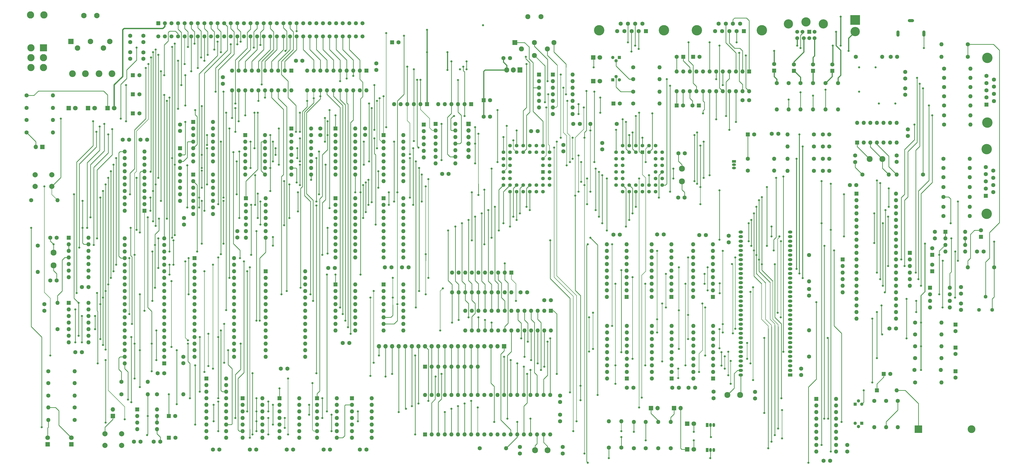
<source format=gbl>
G04 #@! TF.GenerationSoftware,KiCad,Pcbnew,(6.0.11)*
G04 #@! TF.CreationDate,2023-02-06T09:16:54+00:00*
G04 #@! TF.ProjectId,yddraig09,79646472-6169-4673-9039-2e6b69636164,rev?*
G04 #@! TF.SameCoordinates,Original*
G04 #@! TF.FileFunction,Copper,L4,Bot*
G04 #@! TF.FilePolarity,Positive*
%FSLAX46Y46*%
G04 Gerber Fmt 4.6, Leading zero omitted, Abs format (unit mm)*
G04 Created by KiCad (PCBNEW (6.0.11)) date 2023-02-06 09:16:54*
%MOMM*%
%LPD*%
G01*
G04 APERTURE LIST*
G04 Aperture macros list*
%AMRoundRect*
0 Rectangle with rounded corners*
0 $1 Rounding radius*
0 $2 $3 $4 $5 $6 $7 $8 $9 X,Y pos of 4 corners*
0 Add a 4 corners polygon primitive as box body*
4,1,4,$2,$3,$4,$5,$6,$7,$8,$9,$2,$3,0*
0 Add four circle primitives for the rounded corners*
1,1,$1+$1,$2,$3*
1,1,$1+$1,$4,$5*
1,1,$1+$1,$6,$7*
1,1,$1+$1,$8,$9*
0 Add four rect primitives between the rounded corners*
20,1,$1+$1,$2,$3,$4,$5,0*
20,1,$1+$1,$4,$5,$6,$7,0*
20,1,$1+$1,$6,$7,$8,$9,0*
20,1,$1+$1,$8,$9,$2,$3,0*%
G04 Aperture macros list end*
G04 #@! TA.AperFunction,ComponentPad*
%ADD10C,1.600000*%
G04 #@! TD*
G04 #@! TA.AperFunction,ComponentPad*
%ADD11R,1.600000X1.600000*%
G04 #@! TD*
G04 #@! TA.AperFunction,ComponentPad*
%ADD12R,1.800000X1.800000*%
G04 #@! TD*
G04 #@! TA.AperFunction,ComponentPad*
%ADD13C,1.800000*%
G04 #@! TD*
G04 #@! TA.AperFunction,ComponentPad*
%ADD14O,1.600000X1.600000*%
G04 #@! TD*
G04 #@! TA.AperFunction,ComponentPad*
%ADD15C,4.000000*%
G04 #@! TD*
G04 #@! TA.AperFunction,ComponentPad*
%ADD16R,1.700000X1.700000*%
G04 #@! TD*
G04 #@! TA.AperFunction,ComponentPad*
%ADD17O,1.700000X1.700000*%
G04 #@! TD*
G04 #@! TA.AperFunction,ComponentPad*
%ADD18R,2.100000X2.100000*%
G04 #@! TD*
G04 #@! TA.AperFunction,ComponentPad*
%ADD19C,2.100000*%
G04 #@! TD*
G04 #@! TA.AperFunction,ComponentPad*
%ADD20R,1.950000X1.950000*%
G04 #@! TD*
G04 #@! TA.AperFunction,ComponentPad*
%ADD21C,1.950000*%
G04 #@! TD*
G04 #@! TA.AperFunction,ComponentPad*
%ADD22C,2.600000*%
G04 #@! TD*
G04 #@! TA.AperFunction,ComponentPad*
%ADD23R,1.500000X1.050000*%
G04 #@! TD*
G04 #@! TA.AperFunction,ComponentPad*
%ADD24O,1.500000X1.050000*%
G04 #@! TD*
G04 #@! TA.AperFunction,ComponentPad*
%ADD25R,1.050000X1.500000*%
G04 #@! TD*
G04 #@! TA.AperFunction,ComponentPad*
%ADD26O,1.050000X1.500000*%
G04 #@! TD*
G04 #@! TA.AperFunction,ComponentPad*
%ADD27C,2.000000*%
G04 #@! TD*
G04 #@! TA.AperFunction,ComponentPad*
%ADD28R,2.800000X2.800000*%
G04 #@! TD*
G04 #@! TA.AperFunction,ComponentPad*
%ADD29C,2.800000*%
G04 #@! TD*
G04 #@! TA.AperFunction,ComponentPad*
%ADD30R,1.700000X1.200000*%
G04 #@! TD*
G04 #@! TA.AperFunction,ComponentPad*
%ADD31O,1.700000X1.200000*%
G04 #@! TD*
G04 #@! TA.AperFunction,ComponentPad*
%ADD32R,1.905000X2.000000*%
G04 #@! TD*
G04 #@! TA.AperFunction,ComponentPad*
%ADD33O,1.905000X2.000000*%
G04 #@! TD*
G04 #@! TA.AperFunction,ComponentPad*
%ADD34R,1.422400X1.422400*%
G04 #@! TD*
G04 #@! TA.AperFunction,ComponentPad*
%ADD35C,1.422400*%
G04 #@! TD*
G04 #@! TA.AperFunction,ComponentPad*
%ADD36C,2.300000*%
G04 #@! TD*
G04 #@! TA.AperFunction,ComponentPad*
%ADD37R,1.300000X1.300000*%
G04 #@! TD*
G04 #@! TA.AperFunction,ComponentPad*
%ADD38C,1.300000*%
G04 #@! TD*
G04 #@! TA.AperFunction,ComponentPad*
%ADD39R,3.000000X3.000000*%
G04 #@! TD*
G04 #@! TA.AperFunction,ComponentPad*
%ADD40C,3.000000*%
G04 #@! TD*
G04 #@! TA.AperFunction,ComponentPad*
%ADD41RoundRect,0.249999X-0.525001X-0.525001X0.525001X-0.525001X0.525001X0.525001X-0.525001X0.525001X0*%
G04 #@! TD*
G04 #@! TA.AperFunction,ComponentPad*
%ADD42C,1.550000*%
G04 #@! TD*
G04 #@! TA.AperFunction,ComponentPad*
%ADD43O,2.416000X1.208000*%
G04 #@! TD*
G04 #@! TA.AperFunction,ComponentPad*
%ADD44O,1.208000X2.416000*%
G04 #@! TD*
G04 #@! TA.AperFunction,ComponentPad*
%ADD45R,3.765000X3.765000*%
G04 #@! TD*
G04 #@! TA.AperFunction,ComponentPad*
%ADD46C,3.600000*%
G04 #@! TD*
G04 #@! TA.AperFunction,ComponentPad*
%ADD47R,1.509000X1.509000*%
G04 #@! TD*
G04 #@! TA.AperFunction,ComponentPad*
%ADD48C,1.509000*%
G04 #@! TD*
G04 #@! TA.AperFunction,ComponentPad*
%ADD49C,3.555000*%
G04 #@! TD*
G04 #@! TA.AperFunction,ComponentPad*
%ADD50C,1.440000*%
G04 #@! TD*
G04 #@! TA.AperFunction,ViaPad*
%ADD51C,0.800000*%
G04 #@! TD*
G04 #@! TA.AperFunction,Conductor*
%ADD52C,0.250000*%
G04 #@! TD*
G04 #@! TA.AperFunction,Conductor*
%ADD53C,0.300000*%
G04 #@! TD*
G04 #@! TA.AperFunction,Conductor*
%ADD54C,0.400000*%
G04 #@! TD*
G04 #@! TA.AperFunction,Conductor*
%ADD55C,0.500000*%
G04 #@! TD*
G04 #@! TA.AperFunction,Conductor*
%ADD56C,0.210000*%
G04 #@! TD*
G04 APERTURE END LIST*
D10*
X70906000Y-70358000D03*
X73406000Y-70358000D03*
X64008000Y-70358000D03*
X66508000Y-70358000D03*
X102616000Y-48768000D03*
X102616000Y-46268000D03*
X151384000Y-148844000D03*
X148884000Y-148844000D03*
X130810000Y-39878000D03*
X133310000Y-39878000D03*
X260945000Y-166116000D03*
X258445000Y-166116000D03*
X291909500Y-170180000D03*
X291909500Y-167680000D03*
X307848000Y-167767000D03*
X307848000Y-170267000D03*
X270129000Y-106934000D03*
X272629000Y-106934000D03*
X328676000Y-128056000D03*
X328676000Y-130556000D03*
X278471000Y-166116000D03*
X275971000Y-166116000D03*
X286385000Y-107188000D03*
X288885000Y-107188000D03*
X253238000Y-107061000D03*
X255738000Y-107061000D03*
X297688000Y-109982000D03*
X297688000Y-107482000D03*
X284734000Y-166116000D03*
X282234000Y-166116000D03*
X393486000Y-113538000D03*
X395986000Y-113538000D03*
X387338000Y-133596000D03*
X387338000Y-136096000D03*
D11*
X385191000Y-141772000D03*
D10*
X385191000Y-144272000D03*
D11*
X385191000Y-150622000D03*
D10*
X385191000Y-153122000D03*
D11*
X376174000Y-114808000D03*
D10*
X376174000Y-112308000D03*
X387338000Y-127286000D03*
X387338000Y-129786000D03*
X344424000Y-87884000D03*
X346924000Y-87884000D03*
X362204000Y-143256000D03*
X359704000Y-143256000D03*
D11*
X376174000Y-121158000D03*
D10*
X376174000Y-118658000D03*
X346456000Y-78994000D03*
X346456000Y-76494000D03*
X362458000Y-76454000D03*
X362458000Y-78954000D03*
X336510000Y-68326000D03*
X334010000Y-68326000D03*
X336510000Y-73025000D03*
X334010000Y-73025000D03*
X336510000Y-77724000D03*
X334010000Y-77724000D03*
X336510000Y-82423000D03*
X334010000Y-82423000D03*
X365760000Y-50546000D03*
X365760000Y-53046000D03*
D11*
X337693000Y-43815000D03*
D10*
X337693000Y-41315000D03*
D11*
X322834000Y-43815000D03*
D10*
X322834000Y-41315000D03*
D11*
X330200000Y-43815000D03*
D10*
X330200000Y-41315000D03*
D11*
X315214000Y-43688000D03*
D10*
X315214000Y-41188000D03*
D11*
X305054000Y-68326000D03*
D10*
X307554000Y-68326000D03*
X365760000Y-44236000D03*
X365760000Y-46736000D03*
X360172000Y-38354000D03*
X362672000Y-38354000D03*
X314365000Y-68072000D03*
X316865000Y-68072000D03*
X232664000Y-176570000D03*
X232664000Y-179070000D03*
X115530000Y-189992000D03*
X113030000Y-189992000D03*
X87376000Y-156678000D03*
X87376000Y-154178000D03*
X101306000Y-189992000D03*
X98806000Y-189992000D03*
X278320500Y-75628500D03*
X280820500Y-75628500D03*
X280733500Y-92773500D03*
X278233500Y-92773500D03*
D11*
X280162000Y-38354000D03*
D10*
X277662000Y-38354000D03*
D11*
X277622000Y-57150000D03*
D10*
X280122000Y-57150000D03*
D11*
X286218000Y-57150000D03*
D10*
X283718000Y-57150000D03*
X248920000Y-74128000D03*
X248920000Y-71628000D03*
X48260000Y-152400000D03*
X45760000Y-152400000D03*
X36068000Y-108204000D03*
X38568000Y-108204000D03*
X50800000Y-127254000D03*
X48300000Y-127254000D03*
X33782000Y-136398000D03*
X33782000Y-133898000D03*
D11*
X81828000Y-185420000D03*
D10*
X84328000Y-185420000D03*
X78486000Y-186944000D03*
X75986000Y-186944000D03*
D11*
X81788000Y-177038000D03*
D10*
X84288000Y-177038000D03*
X66929000Y-30226000D03*
X66929000Y-32726000D03*
X72009000Y-30226000D03*
X72009000Y-32726000D03*
D11*
X67945000Y-45466000D03*
D10*
X70445000Y-45466000D03*
D11*
X67945000Y-52832000D03*
D10*
X70445000Y-52832000D03*
X66929000Y-36616000D03*
X66929000Y-39116000D03*
X72047833Y-36660000D03*
X72047833Y-39160000D03*
X203200000Y-61468000D03*
X205700000Y-61468000D03*
X210860000Y-38862000D03*
X213360000Y-38862000D03*
D11*
X203200000Y-55118000D03*
D10*
X205700000Y-55118000D03*
X233934000Y-72390000D03*
X233934000Y-74890000D03*
X240284000Y-64262000D03*
X237784000Y-64262000D03*
D11*
X253238000Y-56388000D03*
D10*
X255738000Y-56388000D03*
D12*
X58198800Y-58166000D03*
D13*
X60738800Y-58166000D03*
D12*
X50698800Y-58166000D03*
D13*
X53238800Y-58166000D03*
D12*
X43198800Y-58166000D03*
D13*
X45738800Y-58166000D03*
D12*
X281686000Y-180022500D03*
D13*
X284226000Y-180022500D03*
D10*
X380746000Y-64516000D03*
D14*
X390906000Y-64516000D03*
D10*
X380746000Y-53594000D03*
D14*
X390906000Y-53594000D03*
D10*
X380746000Y-42926000D03*
D14*
X390906000Y-42926000D03*
D10*
X380492000Y-99822000D03*
D14*
X390652000Y-99822000D03*
D10*
X380492000Y-88646000D03*
D14*
X390652000Y-88646000D03*
D10*
X380492000Y-81280000D03*
D14*
X390652000Y-81280000D03*
D10*
X380746000Y-60960000D03*
D14*
X390906000Y-60960000D03*
D10*
X380746000Y-57150000D03*
D14*
X390906000Y-57150000D03*
D10*
X380746000Y-50038000D03*
D14*
X390906000Y-50038000D03*
D10*
X380746000Y-46482000D03*
D14*
X390906000Y-46482000D03*
D10*
X380492000Y-96266000D03*
D14*
X390652000Y-96266000D03*
D10*
X380492000Y-92456000D03*
D14*
X390652000Y-92456000D03*
D10*
X380492000Y-84836000D03*
D14*
X390652000Y-84836000D03*
D10*
X380492000Y-77724000D03*
D14*
X390652000Y-77724000D03*
D15*
X397429000Y-63805200D03*
X397429000Y-38805200D03*
D11*
X397129000Y-56845200D03*
D10*
X397129000Y-54075200D03*
X397129000Y-51305200D03*
X397129000Y-48535200D03*
X397129000Y-45765200D03*
X399969000Y-55460200D03*
X399969000Y-52690200D03*
X399969000Y-49920200D03*
X399969000Y-47150200D03*
D15*
X397200400Y-98984200D03*
X397200400Y-73984200D03*
D11*
X396900400Y-92024200D03*
D10*
X396900400Y-89254200D03*
X396900400Y-86484200D03*
X396900400Y-83714200D03*
X396900400Y-80944200D03*
X399740400Y-90639200D03*
X399740400Y-87869200D03*
X399740400Y-85099200D03*
X399740400Y-82329200D03*
D15*
X310490000Y-28148000D03*
X285490000Y-28148000D03*
D11*
X303530000Y-28448000D03*
D10*
X300760000Y-28448000D03*
X297990000Y-28448000D03*
X295220000Y-28448000D03*
X292450000Y-28448000D03*
X302145000Y-25608000D03*
X299375000Y-25608000D03*
X296605000Y-25608000D03*
X293835000Y-25608000D03*
D15*
X247771000Y-28148000D03*
X272771000Y-28148000D03*
D11*
X265811000Y-28448000D03*
D10*
X263041000Y-28448000D03*
X260271000Y-28448000D03*
X257501000Y-28448000D03*
X254731000Y-28448000D03*
X264426000Y-25608000D03*
X261656000Y-25608000D03*
X258886000Y-25608000D03*
X256116000Y-25608000D03*
D16*
X60198000Y-177038000D03*
D17*
X60198000Y-174498000D03*
D18*
X44081200Y-32485800D03*
D19*
X51586200Y-32485800D03*
X59091200Y-32485800D03*
X46581200Y-34975800D03*
X56591200Y-34975800D03*
X54086200Y-22475800D03*
X49086200Y-22475800D03*
D20*
X215298000Y-32860000D03*
D21*
X217798000Y-35360000D03*
X222798000Y-32860000D03*
X227798000Y-35360000D03*
X230298000Y-32860000D03*
X222798000Y-37860000D03*
X225298000Y-22860000D03*
X220298000Y-22860000D03*
D22*
X54938000Y-44928967D03*
X59938000Y-44928967D03*
X44688000Y-44928967D03*
X49688000Y-44928967D03*
D23*
X299720000Y-78740000D03*
D24*
X299720000Y-80010000D03*
X299720000Y-81280000D03*
D25*
X289433000Y-180530500D03*
D26*
X290703000Y-180530500D03*
X291973000Y-180530500D03*
D25*
X289433000Y-190182500D03*
D26*
X290703000Y-190182500D03*
X291973000Y-190182500D03*
D10*
X328676000Y-114935000D03*
D14*
X328676000Y-125095000D03*
D10*
X369570000Y-145542000D03*
D14*
X379730000Y-145542000D03*
D10*
X369570000Y-154686000D03*
D14*
X379730000Y-154686000D03*
D10*
X369570000Y-164084000D03*
D14*
X379730000Y-164084000D03*
D10*
X369570000Y-140970000D03*
D14*
X379730000Y-140970000D03*
D10*
X369570000Y-150114000D03*
D14*
X379730000Y-150114000D03*
D10*
X369316000Y-159258000D03*
D14*
X379476000Y-159258000D03*
D10*
X330581000Y-77724000D03*
D14*
X320421000Y-77724000D03*
D10*
X349250000Y-83820000D03*
D14*
X359410000Y-83820000D03*
D10*
X330581000Y-73025000D03*
D14*
X320421000Y-73025000D03*
D10*
X330581000Y-68326000D03*
D14*
X320421000Y-68326000D03*
D10*
X330581000Y-82423000D03*
D14*
X320421000Y-82423000D03*
D10*
X372618000Y-83820000D03*
D14*
X362458000Y-83820000D03*
D10*
X346710000Y-38354000D03*
D14*
X356870000Y-38354000D03*
D10*
X335026000Y-48514000D03*
D14*
X335026000Y-58674000D03*
D10*
X325374000Y-48514000D03*
D14*
X325374000Y-58674000D03*
D10*
X330200000Y-48514000D03*
D14*
X330200000Y-58674000D03*
D10*
X320802000Y-48514000D03*
D14*
X320802000Y-58674000D03*
D10*
X316230000Y-48514000D03*
D14*
X316230000Y-58674000D03*
D10*
X305054000Y-82296000D03*
D14*
X315214000Y-82296000D03*
D10*
X305054000Y-77724000D03*
D14*
X315214000Y-77724000D03*
D10*
X339852000Y-48514000D03*
D14*
X339852000Y-58674000D03*
D10*
X254508000Y-64262000D03*
D14*
X244348000Y-64262000D03*
D10*
X260858000Y-42418000D03*
D14*
X271018000Y-42418000D03*
D10*
X260858000Y-51816000D03*
D14*
X271018000Y-51816000D03*
D10*
X260858000Y-56388000D03*
D14*
X271018000Y-56388000D03*
D10*
X38862000Y-143510000D03*
D14*
X38862000Y-133350000D03*
D10*
X35306000Y-164338000D03*
D14*
X45466000Y-164338000D03*
D10*
X28702000Y-93726000D03*
D14*
X38862000Y-93726000D03*
D10*
X63500000Y-163830000D03*
D14*
X73660000Y-163830000D03*
D10*
X26924000Y-53314600D03*
D14*
X37084000Y-53314600D03*
D10*
X26924000Y-62738000D03*
D14*
X37084000Y-62738000D03*
D10*
X26924000Y-58115200D03*
D14*
X37084000Y-58115200D03*
D10*
X256286000Y-189230000D03*
D14*
X256286000Y-179070000D03*
D10*
X261112000Y-189484000D03*
D14*
X261112000Y-179324000D03*
D10*
X251460000Y-189230000D03*
D14*
X251460000Y-179070000D03*
D10*
X265684000Y-189484000D03*
D14*
X265684000Y-179324000D03*
D11*
X367538000Y-114046000D03*
D14*
X367538000Y-116586000D03*
X367538000Y-119126000D03*
X367538000Y-121666000D03*
X367538000Y-124206000D03*
X367538000Y-126746000D03*
D11*
X341630000Y-116586000D03*
D14*
X341630000Y-119126000D03*
X341630000Y-121666000D03*
X341630000Y-124206000D03*
X341630000Y-126746000D03*
X341630000Y-129286000D03*
D11*
X180086000Y-64516000D03*
D14*
X180086000Y-67056000D03*
X180086000Y-69596000D03*
X180086000Y-72136000D03*
X180086000Y-74676000D03*
X180086000Y-77216000D03*
D11*
X181356000Y-56642000D03*
D14*
X178816000Y-56642000D03*
X176276000Y-56642000D03*
X173736000Y-56642000D03*
X171196000Y-56642000D03*
X168656000Y-56642000D03*
D11*
X198374000Y-56642000D03*
D14*
X195834000Y-56642000D03*
X193294000Y-56642000D03*
X190754000Y-56642000D03*
X188214000Y-56642000D03*
X185674000Y-56642000D03*
D27*
X36726000Y-83892000D03*
X30226000Y-83892000D03*
X36726000Y-88392000D03*
X30226000Y-88392000D03*
X63650000Y-188396000D03*
X57150000Y-188396000D03*
X57150000Y-183896000D03*
X63650000Y-183896000D03*
D28*
X33451800Y-34925000D03*
D29*
X33451800Y-38725000D03*
X33451800Y-42525000D03*
X28651800Y-34925000D03*
X28651800Y-38725000D03*
X28651800Y-42525000D03*
X33651800Y-22225000D03*
X28451800Y-22225000D03*
D11*
X129032000Y-43688000D03*
D14*
X126492000Y-43688000D03*
X123952000Y-43688000D03*
X121412000Y-43688000D03*
X118872000Y-43688000D03*
X116332000Y-43688000D03*
X113792000Y-43688000D03*
X111252000Y-43688000D03*
X108712000Y-43688000D03*
X106172000Y-43688000D03*
X106172000Y-51308000D03*
X108712000Y-51308000D03*
X111252000Y-51308000D03*
X113792000Y-51308000D03*
X116332000Y-51308000D03*
X118872000Y-51308000D03*
X121412000Y-51308000D03*
X123952000Y-51308000D03*
X126492000Y-51308000D03*
X129032000Y-51308000D03*
D11*
X291592000Y-131064000D03*
D14*
X291592000Y-128524000D03*
X291592000Y-125984000D03*
X291592000Y-123444000D03*
X291592000Y-120904000D03*
X291592000Y-118364000D03*
X291592000Y-115824000D03*
X291592000Y-113284000D03*
X291592000Y-110744000D03*
X283972000Y-110744000D03*
X283972000Y-113284000D03*
X283972000Y-115824000D03*
X283972000Y-118364000D03*
X283972000Y-120904000D03*
X283972000Y-123444000D03*
X283972000Y-125984000D03*
X283972000Y-128524000D03*
X283972000Y-131064000D03*
D11*
X275590000Y-131064000D03*
D14*
X275590000Y-128524000D03*
X275590000Y-125984000D03*
X275590000Y-123444000D03*
X275590000Y-120904000D03*
X275590000Y-118364000D03*
X275590000Y-115824000D03*
X275590000Y-113284000D03*
X275590000Y-110744000D03*
X267970000Y-110744000D03*
X267970000Y-113284000D03*
X267970000Y-115824000D03*
X267970000Y-118364000D03*
X267970000Y-120904000D03*
X267970000Y-123444000D03*
X267970000Y-125984000D03*
X267970000Y-128524000D03*
X267970000Y-131064000D03*
D11*
X258318000Y-131064000D03*
D14*
X258318000Y-128524000D03*
X258318000Y-125984000D03*
X258318000Y-123444000D03*
X258318000Y-120904000D03*
X258318000Y-118364000D03*
X258318000Y-115824000D03*
X258318000Y-113284000D03*
X258318000Y-110744000D03*
X250698000Y-110744000D03*
X250698000Y-113284000D03*
X250698000Y-115824000D03*
X250698000Y-118364000D03*
X250698000Y-120904000D03*
X250698000Y-123444000D03*
X250698000Y-125984000D03*
X250698000Y-128524000D03*
X250698000Y-131064000D03*
D11*
X291719000Y-162560000D03*
D14*
X291719000Y-160020000D03*
X291719000Y-157480000D03*
X291719000Y-154940000D03*
X291719000Y-152400000D03*
X291719000Y-149860000D03*
X291719000Y-147320000D03*
X291719000Y-144780000D03*
X291719000Y-142240000D03*
X284099000Y-142240000D03*
X284099000Y-144780000D03*
X284099000Y-147320000D03*
X284099000Y-149860000D03*
X284099000Y-152400000D03*
X284099000Y-154940000D03*
X284099000Y-157480000D03*
X284099000Y-160020000D03*
X284099000Y-162560000D03*
D11*
X275717000Y-162560000D03*
D14*
X275717000Y-160020000D03*
X275717000Y-157480000D03*
X275717000Y-154940000D03*
X275717000Y-152400000D03*
X275717000Y-149860000D03*
X275717000Y-147320000D03*
X275717000Y-144780000D03*
X275717000Y-142240000D03*
X268097000Y-142240000D03*
X268097000Y-144780000D03*
X268097000Y-147320000D03*
X268097000Y-149860000D03*
X268097000Y-152400000D03*
X268097000Y-154940000D03*
X268097000Y-157480000D03*
X268097000Y-160020000D03*
X268097000Y-162560000D03*
D11*
X258445000Y-162560000D03*
D14*
X258445000Y-160020000D03*
X258445000Y-157480000D03*
X258445000Y-154940000D03*
X258445000Y-152400000D03*
X258445000Y-149860000D03*
X258445000Y-147320000D03*
X258445000Y-144780000D03*
X258445000Y-142240000D03*
X250825000Y-142240000D03*
X250825000Y-144780000D03*
X250825000Y-147320000D03*
X250825000Y-149860000D03*
X250825000Y-152400000D03*
X250825000Y-154940000D03*
X250825000Y-157480000D03*
X250825000Y-160020000D03*
X250825000Y-162560000D03*
D30*
X321462400Y-161194000D03*
D31*
X321462400Y-159414000D03*
X321462400Y-157634000D03*
X321462400Y-155854000D03*
X321462400Y-154074000D03*
X321462400Y-152294000D03*
X321462400Y-150514000D03*
X321462400Y-148734000D03*
X321462400Y-146954000D03*
X321462400Y-145174000D03*
X321462400Y-143394000D03*
X321462400Y-141614000D03*
X321462400Y-139834000D03*
X321462400Y-138054000D03*
X321462400Y-136274000D03*
X321462400Y-134494000D03*
X321462400Y-132714000D03*
X321462400Y-130934000D03*
X321462400Y-129154000D03*
X321462400Y-127374000D03*
X321462400Y-125594000D03*
X321462400Y-123814000D03*
X321462400Y-122034000D03*
X321462400Y-120254000D03*
X321462400Y-118474000D03*
X321462400Y-116694000D03*
X321462400Y-114914000D03*
X321462400Y-113134000D03*
X321462400Y-111354000D03*
X321462400Y-109574000D03*
X321462400Y-107794000D03*
X321462400Y-106014000D03*
X302361600Y-106014000D03*
X302361600Y-107794000D03*
X302361600Y-109574000D03*
X302361600Y-111354000D03*
X302361600Y-113134000D03*
X302361600Y-114914000D03*
X302361600Y-116694000D03*
X302361600Y-118474000D03*
X302361600Y-120254000D03*
X302361600Y-122034000D03*
X302361600Y-123814000D03*
X302361600Y-125594000D03*
X302361600Y-127374000D03*
X302361600Y-129154000D03*
X302361600Y-130934000D03*
X302361600Y-132714000D03*
X302361600Y-134494000D03*
X302361600Y-136274000D03*
X302361600Y-138054000D03*
X302361600Y-139834000D03*
X302361600Y-141614000D03*
X302361600Y-143394000D03*
X302361600Y-145174000D03*
X302361600Y-146954000D03*
X302361600Y-148734000D03*
X302361600Y-150514000D03*
X302361600Y-152294000D03*
X302361600Y-154074000D03*
X302361600Y-155854000D03*
X302361600Y-157634000D03*
X302361600Y-159414000D03*
X302361600Y-161194000D03*
D11*
X375400000Y-127500000D03*
D14*
X375400000Y-130040000D03*
X375400000Y-132580000D03*
X375400000Y-135120000D03*
X383020000Y-135120000D03*
X383020000Y-132580000D03*
X383020000Y-130040000D03*
X383020000Y-127500000D03*
D11*
X347218000Y-71501000D03*
D14*
X349758000Y-71501000D03*
X352298000Y-71501000D03*
X354838000Y-71501000D03*
X357378000Y-71501000D03*
X359918000Y-71501000D03*
X362458000Y-71501000D03*
X362458000Y-63881000D03*
X359918000Y-63881000D03*
X357378000Y-63881000D03*
X354838000Y-63881000D03*
X352298000Y-63881000D03*
X349758000Y-63881000D03*
X347218000Y-63881000D03*
D11*
X138938000Y-170180000D03*
D14*
X138938000Y-172720000D03*
X138938000Y-175260000D03*
X138938000Y-177800000D03*
X138938000Y-180340000D03*
X138938000Y-182880000D03*
X138938000Y-185420000D03*
X146558000Y-185420000D03*
X146558000Y-182880000D03*
X146558000Y-180340000D03*
X146558000Y-177800000D03*
X146558000Y-175260000D03*
X146558000Y-172720000D03*
X146558000Y-170180000D03*
D11*
X91694000Y-116078000D03*
D14*
X91694000Y-118618000D03*
X91694000Y-121158000D03*
X91694000Y-123698000D03*
X91694000Y-126238000D03*
X91694000Y-128778000D03*
X91694000Y-131318000D03*
X91694000Y-133858000D03*
X91694000Y-136398000D03*
X91694000Y-138938000D03*
X91694000Y-141478000D03*
X91694000Y-144018000D03*
X91694000Y-146558000D03*
X91694000Y-149098000D03*
X91694000Y-151638000D03*
X91694000Y-154178000D03*
X106934000Y-154178000D03*
X106934000Y-151638000D03*
X106934000Y-149098000D03*
X106934000Y-146558000D03*
X106934000Y-144018000D03*
X106934000Y-141478000D03*
X106934000Y-138938000D03*
X106934000Y-136398000D03*
X106934000Y-133858000D03*
X106934000Y-131318000D03*
X106934000Y-128778000D03*
X106934000Y-126238000D03*
X106934000Y-123698000D03*
X106934000Y-121158000D03*
X106934000Y-118618000D03*
X106934000Y-116078000D03*
D11*
X119126000Y-121158000D03*
D14*
X119126000Y-123698000D03*
X119126000Y-126238000D03*
X119126000Y-128778000D03*
X119126000Y-131318000D03*
X119126000Y-133858000D03*
X119126000Y-136398000D03*
X119126000Y-138938000D03*
X119126000Y-141478000D03*
X119126000Y-144018000D03*
X119126000Y-146558000D03*
X119126000Y-149098000D03*
X119126000Y-151638000D03*
X119126000Y-154178000D03*
X134366000Y-154178000D03*
X134366000Y-151638000D03*
X134366000Y-149098000D03*
X134366000Y-146558000D03*
X134366000Y-144018000D03*
X134366000Y-141478000D03*
X134366000Y-138938000D03*
X134366000Y-136398000D03*
X134366000Y-133858000D03*
X134366000Y-131318000D03*
X134366000Y-128778000D03*
X134366000Y-126238000D03*
X134366000Y-123698000D03*
X134366000Y-121158000D03*
D11*
X305562000Y-44069000D03*
D14*
X303022000Y-44069000D03*
X300482000Y-44069000D03*
X297942000Y-44069000D03*
X295402000Y-44069000D03*
X292862000Y-44069000D03*
X290322000Y-44069000D03*
X287782000Y-44069000D03*
X285242000Y-44069000D03*
X282702000Y-44069000D03*
X280162000Y-44069000D03*
X277622000Y-44069000D03*
X277622000Y-51689000D03*
X280162000Y-51689000D03*
X282702000Y-51689000D03*
X285242000Y-51689000D03*
X287782000Y-51689000D03*
X290322000Y-51689000D03*
X292862000Y-51689000D03*
X295402000Y-51689000D03*
X297942000Y-51689000D03*
X300482000Y-51689000D03*
X303022000Y-51689000D03*
X305562000Y-51689000D03*
D11*
X43180000Y-133350000D03*
D14*
X43180000Y-135890000D03*
X43180000Y-138430000D03*
X43180000Y-140970000D03*
X43180000Y-143510000D03*
X43180000Y-146050000D03*
X43180000Y-148590000D03*
X50800000Y-148590000D03*
X50800000Y-146050000D03*
X50800000Y-143510000D03*
X50800000Y-140970000D03*
X50800000Y-138430000D03*
X50800000Y-135890000D03*
X50800000Y-133350000D03*
D11*
X43180000Y-108204000D03*
D14*
X43180000Y-110744000D03*
X43180000Y-113284000D03*
X43180000Y-115824000D03*
X43180000Y-118364000D03*
X43180000Y-120904000D03*
X43180000Y-123444000D03*
X50800000Y-123444000D03*
X50800000Y-120904000D03*
X50800000Y-118364000D03*
X50800000Y-115824000D03*
X50800000Y-113284000D03*
X50800000Y-110744000D03*
X50800000Y-108204000D03*
D11*
X69596000Y-174498000D03*
D14*
X69596000Y-177038000D03*
X69596000Y-179578000D03*
X69596000Y-182118000D03*
X77216000Y-182118000D03*
X77216000Y-179578000D03*
X77216000Y-177038000D03*
X77216000Y-174498000D03*
D11*
X80010000Y-156718000D03*
D14*
X80010000Y-154178000D03*
X80010000Y-151638000D03*
X80010000Y-149098000D03*
X80010000Y-146558000D03*
X80010000Y-144018000D03*
X80010000Y-141478000D03*
X80010000Y-138938000D03*
X80010000Y-136398000D03*
X80010000Y-133858000D03*
X80010000Y-131318000D03*
X80010000Y-128778000D03*
X80010000Y-126238000D03*
X80010000Y-123698000D03*
X80010000Y-121158000D03*
X80010000Y-118618000D03*
X80010000Y-116078000D03*
X80010000Y-113538000D03*
X80010000Y-110998000D03*
X80010000Y-108458000D03*
X64770000Y-108458000D03*
X64770000Y-110998000D03*
X64770000Y-113538000D03*
X64770000Y-116078000D03*
X64770000Y-118618000D03*
X64770000Y-121158000D03*
X64770000Y-123698000D03*
X64770000Y-126238000D03*
X64770000Y-128778000D03*
X64770000Y-131318000D03*
X64770000Y-133858000D03*
X64770000Y-136398000D03*
X64770000Y-138938000D03*
X64770000Y-141478000D03*
X64770000Y-144018000D03*
X64770000Y-146558000D03*
X64770000Y-149098000D03*
X64770000Y-151638000D03*
X64770000Y-154178000D03*
X64770000Y-156718000D03*
D32*
X217170000Y-43434000D03*
D33*
X214630000Y-43434000D03*
X212090000Y-43434000D03*
D11*
X229870000Y-45212000D03*
D14*
X229870000Y-47752000D03*
X229870000Y-50292000D03*
X229870000Y-52832000D03*
X229870000Y-55372000D03*
X229870000Y-57912000D03*
X229870000Y-60452000D03*
X237490000Y-60452000D03*
X237490000Y-57912000D03*
X237490000Y-55372000D03*
X237490000Y-52832000D03*
X237490000Y-50292000D03*
X237490000Y-47752000D03*
X237490000Y-45212000D03*
D11*
X184658000Y-64262000D03*
D14*
X184658000Y-66802000D03*
X184658000Y-69342000D03*
X184658000Y-71882000D03*
X184658000Y-74422000D03*
X184658000Y-76962000D03*
X184658000Y-79502000D03*
X192278000Y-79502000D03*
X192278000Y-76962000D03*
X192278000Y-74422000D03*
X192278000Y-71882000D03*
X192278000Y-69342000D03*
X192278000Y-66802000D03*
X192278000Y-64262000D03*
D34*
X226060000Y-82804000D03*
D35*
X228600000Y-80264000D03*
X226060000Y-80264000D03*
X228600000Y-77724000D03*
X226060000Y-77724000D03*
X228600000Y-75184000D03*
X226060000Y-72644000D03*
X226060000Y-75184000D03*
X223520000Y-72644000D03*
X223520000Y-75184000D03*
X220980000Y-72644000D03*
X220980000Y-75184000D03*
X218440000Y-72644000D03*
X218440000Y-75184000D03*
X215900000Y-72644000D03*
X215900000Y-75184000D03*
X213360000Y-72644000D03*
X210820000Y-75184000D03*
X213360000Y-75184000D03*
X210820000Y-77724000D03*
X213360000Y-77724000D03*
X210820000Y-80264000D03*
X213360000Y-80264000D03*
X210820000Y-82804000D03*
X213360000Y-82804000D03*
X210820000Y-85344000D03*
X213360000Y-85344000D03*
X210820000Y-87884000D03*
X213360000Y-90424000D03*
X213360000Y-87884000D03*
X215900000Y-90424000D03*
X215900000Y-87884000D03*
X218440000Y-90424000D03*
X218440000Y-87884000D03*
X220980000Y-90424000D03*
X220980000Y-87884000D03*
X223520000Y-90424000D03*
X223520000Y-87884000D03*
X226060000Y-90424000D03*
X228600000Y-87884000D03*
X226060000Y-87884000D03*
X228600000Y-85344000D03*
X226060000Y-85344000D03*
X228600000Y-82804000D03*
D36*
X297243500Y-168910000D03*
X302143500Y-168910000D03*
D10*
X35306000Y-169164000D03*
D14*
X45466000Y-169164000D03*
D10*
X35306000Y-159766000D03*
D14*
X45466000Y-159766000D03*
D10*
X63500000Y-168656000D03*
D14*
X73660000Y-168656000D03*
D10*
X77216000Y-168656000D03*
D14*
X87376000Y-168656000D03*
D10*
X143978000Y-189992000D03*
X141478000Y-189992000D03*
D11*
X385191000Y-159766000D03*
D10*
X385191000Y-162266000D03*
D37*
X348996000Y-179832000D03*
D38*
X347726000Y-181102000D03*
X346456000Y-179832000D03*
D37*
X346456000Y-172466000D03*
D38*
X347726000Y-171196000D03*
X348996000Y-172466000D03*
D10*
X353822000Y-171196000D03*
D14*
X353822000Y-181356000D03*
D10*
X358400000Y-171220000D03*
D14*
X358400000Y-181380000D03*
D11*
X354838000Y-167132000D03*
D14*
X362458000Y-167132000D03*
D11*
X157988000Y-43688000D03*
D14*
X155448000Y-43688000D03*
X152908000Y-43688000D03*
X150368000Y-43688000D03*
X147828000Y-43688000D03*
X145288000Y-43688000D03*
X142748000Y-43688000D03*
X140208000Y-43688000D03*
X137668000Y-43688000D03*
X135128000Y-43688000D03*
X135128000Y-51308000D03*
X137668000Y-51308000D03*
X140208000Y-51308000D03*
X142748000Y-51308000D03*
X145288000Y-51308000D03*
X147828000Y-51308000D03*
X150368000Y-51308000D03*
X152908000Y-51308000D03*
X155448000Y-51308000D03*
X157988000Y-51308000D03*
D39*
X370840000Y-182118000D03*
D40*
X391330000Y-182118000D03*
D10*
X328676000Y-154114500D03*
D14*
X328676000Y-143954500D03*
D16*
X211074000Y-150114000D03*
D17*
X208534000Y-150114000D03*
X205994000Y-150114000D03*
X203454000Y-150114000D03*
X200914000Y-150114000D03*
X198374000Y-150114000D03*
X195834000Y-150114000D03*
X193294000Y-150114000D03*
X190754000Y-150114000D03*
X188214000Y-150114000D03*
X185674000Y-150114000D03*
X183134000Y-150114000D03*
X180594000Y-150114000D03*
X178054000Y-150114000D03*
X175514000Y-150114000D03*
X172974000Y-150114000D03*
X170434000Y-150114000D03*
X167894000Y-150114000D03*
X165354000Y-150114000D03*
X162814000Y-150114000D03*
D10*
X201676000Y-189484000D03*
D14*
X211836000Y-189484000D03*
D11*
X180594000Y-157988000D03*
D14*
X183134000Y-157988000D03*
X185674000Y-157988000D03*
X188214000Y-157988000D03*
X190754000Y-157988000D03*
X193294000Y-157988000D03*
X195834000Y-157988000D03*
X198374000Y-157988000D03*
X200914000Y-157988000D03*
D11*
X180594000Y-184150000D03*
D14*
X183134000Y-184150000D03*
X185674000Y-184150000D03*
X188214000Y-184150000D03*
X190754000Y-184150000D03*
X193294000Y-184150000D03*
X195834000Y-184150000D03*
X198374000Y-184150000D03*
X200914000Y-184150000D03*
X203454000Y-184150000D03*
X205994000Y-184150000D03*
X208534000Y-184150000D03*
X211074000Y-184150000D03*
X213614000Y-184150000D03*
X216154000Y-184150000D03*
X218694000Y-184150000D03*
X221234000Y-184150000D03*
X223774000Y-184150000D03*
X226314000Y-184150000D03*
X228854000Y-184150000D03*
X228854000Y-168910000D03*
X226314000Y-168910000D03*
X223774000Y-168910000D03*
X221234000Y-168910000D03*
X218694000Y-168910000D03*
X216154000Y-168910000D03*
X213614000Y-168910000D03*
X211074000Y-168910000D03*
X208534000Y-168910000D03*
X205994000Y-168910000D03*
X203454000Y-168910000D03*
X200914000Y-168910000D03*
X198374000Y-168910000D03*
X195834000Y-168910000D03*
X193294000Y-168910000D03*
X190754000Y-168910000D03*
X188214000Y-168910000D03*
X185674000Y-168910000D03*
X183134000Y-168910000D03*
X180594000Y-168910000D03*
D36*
X227912000Y-190246000D03*
X223012000Y-190246000D03*
D10*
X233680000Y-189016000D03*
X233680000Y-191516000D03*
X217170000Y-191516000D03*
X217170000Y-189016000D03*
X232664000Y-169164000D03*
X232664000Y-171664000D03*
X362900000Y-171196000D03*
D14*
X362900000Y-181356000D03*
D11*
X91186000Y-63500000D03*
D14*
X91186000Y-66040000D03*
X91186000Y-68580000D03*
X91186000Y-71120000D03*
X91186000Y-73660000D03*
X91186000Y-76200000D03*
X91186000Y-78740000D03*
X98806000Y-78740000D03*
X98806000Y-76200000D03*
X98806000Y-73660000D03*
X98806000Y-71120000D03*
X98806000Y-68580000D03*
X98806000Y-66040000D03*
X98806000Y-63500000D03*
D11*
X146050000Y-92964000D03*
D14*
X146050000Y-95504000D03*
X146050000Y-98044000D03*
X146050000Y-100584000D03*
X146050000Y-103124000D03*
X146050000Y-105664000D03*
X146050000Y-108204000D03*
X146050000Y-110744000D03*
X146050000Y-113284000D03*
X146050000Y-115824000D03*
X153670000Y-115824000D03*
X153670000Y-113284000D03*
X153670000Y-110744000D03*
X153670000Y-108204000D03*
X153670000Y-105664000D03*
X153670000Y-103124000D03*
X153670000Y-100584000D03*
X153670000Y-98044000D03*
X153670000Y-95504000D03*
X153670000Y-92964000D03*
D11*
X331470000Y-170434000D03*
D14*
X331470000Y-172974000D03*
X331470000Y-175514000D03*
X331470000Y-178054000D03*
X331470000Y-180594000D03*
X331470000Y-183134000D03*
X331470000Y-185674000D03*
X331470000Y-188214000D03*
X331470000Y-190754000D03*
X339090000Y-190754000D03*
X339090000Y-188214000D03*
X339090000Y-185674000D03*
X339090000Y-183134000D03*
X339090000Y-180594000D03*
X339090000Y-178054000D03*
X339090000Y-175514000D03*
X339090000Y-172974000D03*
X339090000Y-170434000D03*
D10*
X336804000Y-194310000D03*
X334304000Y-194310000D03*
X343408000Y-188254000D03*
X343408000Y-190754000D03*
D11*
X357545000Y-160782000D03*
D10*
X360045000Y-160782000D03*
X167640000Y-119634000D03*
X165140000Y-119634000D03*
X140208000Y-66080000D03*
X140208000Y-68580000D03*
X87630000Y-103124000D03*
X87630000Y-100624000D03*
X174244000Y-119634000D03*
X171744000Y-119634000D03*
D36*
X37338000Y-118872000D03*
X37338000Y-113972000D03*
D10*
X31242000Y-111252000D03*
D14*
X31242000Y-121412000D03*
D10*
X38568000Y-124714000D03*
X36068000Y-124714000D03*
X80010000Y-160528000D03*
X77510000Y-160528000D03*
X70866000Y-186944000D03*
X68366000Y-186944000D03*
D36*
X279717500Y-81597500D03*
X279717500Y-86497500D03*
D10*
X86106000Y-67016000D03*
X86106000Y-64516000D03*
X157988000Y-189992000D03*
X155488000Y-189992000D03*
D11*
X152400000Y-170180000D03*
D14*
X152400000Y-172720000D03*
X152400000Y-175260000D03*
X152400000Y-177800000D03*
X152400000Y-180340000D03*
X152400000Y-182880000D03*
X152400000Y-185420000D03*
X160020000Y-185420000D03*
X160020000Y-182880000D03*
X160020000Y-180340000D03*
X160020000Y-177800000D03*
X160020000Y-175260000D03*
X160020000Y-172720000D03*
X160020000Y-170180000D03*
D11*
X124460000Y-170180000D03*
D14*
X124460000Y-172720000D03*
X124460000Y-175260000D03*
X124460000Y-177800000D03*
X124460000Y-180340000D03*
X124460000Y-182880000D03*
X124460000Y-185420000D03*
X132080000Y-185420000D03*
X132080000Y-182880000D03*
X132080000Y-180340000D03*
X132080000Y-177800000D03*
X132080000Y-175260000D03*
X132080000Y-172720000D03*
X132080000Y-170180000D03*
D10*
X129754000Y-189992000D03*
X127254000Y-189992000D03*
D12*
X44196000Y-187960000D03*
D13*
X44196000Y-185420000D03*
D12*
X35052000Y-187960000D03*
D13*
X35052000Y-185420000D03*
D10*
X45466000Y-173736000D03*
D14*
X35306000Y-173736000D03*
D10*
X45466000Y-178562000D03*
D14*
X35306000Y-178562000D03*
D11*
X67945000Y-60198000D03*
D10*
X70445000Y-60198000D03*
X189698000Y-83566000D03*
X187198000Y-83566000D03*
D16*
X197358000Y-64262000D03*
D17*
X197358000Y-66802000D03*
X197358000Y-69342000D03*
X197358000Y-71882000D03*
X197358000Y-74422000D03*
X197358000Y-76962000D03*
D11*
X229108000Y-136398000D03*
D14*
X226568000Y-136398000D03*
X224028000Y-136398000D03*
X221488000Y-136398000D03*
X218948000Y-136398000D03*
X216408000Y-136398000D03*
X213868000Y-136398000D03*
X211328000Y-136398000D03*
X208788000Y-136398000D03*
X206248000Y-136398000D03*
X203708000Y-136398000D03*
X201168000Y-136398000D03*
X198628000Y-136398000D03*
X196088000Y-136398000D03*
X196088000Y-144018000D03*
X198628000Y-144018000D03*
X201168000Y-144018000D03*
X203708000Y-144018000D03*
X206248000Y-144018000D03*
X208788000Y-144018000D03*
X211328000Y-144018000D03*
X213868000Y-144018000D03*
X216408000Y-144018000D03*
X218948000Y-144018000D03*
X221488000Y-144018000D03*
X224028000Y-144018000D03*
X226568000Y-144018000D03*
X229108000Y-144018000D03*
D11*
X213868000Y-121666000D03*
D14*
X211328000Y-121666000D03*
X208788000Y-121666000D03*
X206248000Y-121666000D03*
X203708000Y-121666000D03*
X201168000Y-121666000D03*
X198628000Y-121666000D03*
X196088000Y-121666000D03*
X193548000Y-121666000D03*
X191008000Y-121666000D03*
X191008000Y-129286000D03*
X193548000Y-129286000D03*
X196088000Y-129286000D03*
X198628000Y-129286000D03*
X201168000Y-129286000D03*
X203708000Y-129286000D03*
X206248000Y-129286000D03*
X208788000Y-129286000D03*
X211328000Y-129286000D03*
X213868000Y-129286000D03*
D10*
X226608000Y-132334000D03*
X229108000Y-132334000D03*
D16*
X276606000Y-173990000D03*
D17*
X279146000Y-173990000D03*
D10*
X270510000Y-189484000D03*
D14*
X270510000Y-179324000D03*
D10*
X275336000Y-189484000D03*
D14*
X275336000Y-179324000D03*
D16*
X267716000Y-173990000D03*
D17*
X270256000Y-173990000D03*
D41*
X77724000Y-25400000D03*
D42*
X80264000Y-25400000D03*
X82804000Y-25400000D03*
X85344000Y-25400000D03*
X87884000Y-25400000D03*
X90424000Y-25400000D03*
X92964000Y-25400000D03*
X95504000Y-25400000D03*
X98044000Y-25400000D03*
X100584000Y-25400000D03*
X103124000Y-25400000D03*
X105664000Y-25400000D03*
X108204000Y-25400000D03*
X110744000Y-25400000D03*
X113284000Y-25400000D03*
X115824000Y-25400000D03*
X118364000Y-25400000D03*
X120904000Y-25400000D03*
X123444000Y-25400000D03*
X125984000Y-25400000D03*
X128524000Y-25400000D03*
X131064000Y-25400000D03*
X133604000Y-25400000D03*
X136144000Y-25400000D03*
X138684000Y-25400000D03*
X141224000Y-25400000D03*
X143764000Y-25400000D03*
X146304000Y-25400000D03*
X148844000Y-25400000D03*
X151384000Y-25400000D03*
X153924000Y-25400000D03*
X156464000Y-25400000D03*
X77724000Y-30480000D03*
X80264000Y-30480000D03*
X82804000Y-30480000D03*
X85344000Y-30480000D03*
X87884000Y-30480000D03*
X90424000Y-30480000D03*
X92964000Y-30480000D03*
X95504000Y-30480000D03*
X98044000Y-30480000D03*
X100584000Y-30480000D03*
X103124000Y-30480000D03*
X105664000Y-30480000D03*
X108204000Y-30480000D03*
X110744000Y-30480000D03*
X113284000Y-30480000D03*
X115824000Y-30480000D03*
X118364000Y-30480000D03*
X120904000Y-30480000D03*
X123444000Y-30480000D03*
X125984000Y-30480000D03*
X128524000Y-30480000D03*
X131064000Y-30480000D03*
X133604000Y-30480000D03*
X136144000Y-30480000D03*
X138684000Y-30480000D03*
X141224000Y-30480000D03*
X143764000Y-30480000D03*
X146304000Y-30480000D03*
X148844000Y-30480000D03*
X151384000Y-30480000D03*
X153924000Y-30480000D03*
X156464000Y-30480000D03*
D16*
X33020000Y-73152000D03*
D17*
X30480000Y-73152000D03*
D10*
X26924000Y-67564000D03*
D14*
X37084000Y-67564000D03*
D12*
X245477000Y-47752000D03*
D13*
X248017000Y-47752000D03*
D10*
X260858000Y-46990000D03*
D14*
X271018000Y-46990000D03*
D10*
X305562000Y-55118000D03*
X303062000Y-55118000D03*
X325628000Y-158750000D03*
X325628000Y-161250000D03*
X127508000Y-158750000D03*
X125008000Y-158750000D03*
D11*
X346964000Y-91186000D03*
D14*
X346964000Y-93726000D03*
X346964000Y-96266000D03*
X346964000Y-98806000D03*
X346964000Y-101346000D03*
X346964000Y-103886000D03*
X346964000Y-106426000D03*
X346964000Y-108966000D03*
X346964000Y-111506000D03*
X346964000Y-114046000D03*
X346964000Y-116586000D03*
X346964000Y-119126000D03*
X346964000Y-121666000D03*
X346964000Y-124206000D03*
X346964000Y-126746000D03*
X346964000Y-129286000D03*
X346964000Y-131826000D03*
X346964000Y-134366000D03*
X346964000Y-136906000D03*
X346964000Y-139446000D03*
X362204000Y-139446000D03*
X362204000Y-136906000D03*
X362204000Y-134366000D03*
X362204000Y-131826000D03*
X362204000Y-129286000D03*
X362204000Y-126746000D03*
X362204000Y-124206000D03*
X362204000Y-121666000D03*
X362204000Y-119126000D03*
X362204000Y-116586000D03*
X362204000Y-114046000D03*
X362204000Y-111506000D03*
X362204000Y-108966000D03*
X362204000Y-106426000D03*
X362204000Y-103886000D03*
X362204000Y-101346000D03*
X362204000Y-98806000D03*
X362204000Y-96266000D03*
X362204000Y-93726000D03*
X362204000Y-91186000D03*
D11*
X164592000Y-126238000D03*
D14*
X164592000Y-128778000D03*
X164592000Y-131318000D03*
X164592000Y-133858000D03*
X164592000Y-136398000D03*
X164592000Y-138938000D03*
X164592000Y-141478000D03*
X164592000Y-144018000D03*
X172212000Y-144018000D03*
X172212000Y-141478000D03*
X172212000Y-138938000D03*
X172212000Y-136398000D03*
X172212000Y-133858000D03*
X172212000Y-131318000D03*
X172212000Y-128778000D03*
X172212000Y-126238000D03*
D11*
X146050000Y-126238000D03*
D14*
X146050000Y-128778000D03*
X146050000Y-131318000D03*
X146050000Y-133858000D03*
X146050000Y-136398000D03*
X146050000Y-138938000D03*
X146050000Y-141478000D03*
X146050000Y-144018000D03*
X153670000Y-144018000D03*
X153670000Y-141478000D03*
X153670000Y-138938000D03*
X153670000Y-136398000D03*
X153670000Y-133858000D03*
X153670000Y-131318000D03*
X153670000Y-128778000D03*
X153670000Y-126238000D03*
D37*
X252984000Y-47244000D03*
D38*
X254254000Y-45974000D03*
X255524000Y-47244000D03*
D37*
X255524000Y-38608000D03*
D38*
X254254000Y-39878000D03*
X252984000Y-38608000D03*
D12*
X245477000Y-38608000D03*
D13*
X248017000Y-38608000D03*
D36*
X356997000Y-77851000D03*
X352097000Y-77851000D03*
D10*
X219964000Y-129286000D03*
X217464000Y-129286000D03*
D11*
X96266000Y-162560000D03*
D14*
X96266000Y-165100000D03*
X96266000Y-167640000D03*
X96266000Y-170180000D03*
X96266000Y-172720000D03*
X96266000Y-175260000D03*
X96266000Y-177800000D03*
X96266000Y-180340000D03*
X96266000Y-182880000D03*
X96266000Y-185420000D03*
X103886000Y-185420000D03*
X103886000Y-182880000D03*
X103886000Y-180340000D03*
X103886000Y-177800000D03*
X103886000Y-175260000D03*
X103886000Y-172720000D03*
X103886000Y-170180000D03*
X103886000Y-167640000D03*
X103886000Y-165100000D03*
X103886000Y-162560000D03*
D11*
X283972000Y-38354000D03*
D10*
X286472000Y-38354000D03*
X161798000Y-40934000D03*
X161798000Y-43434000D03*
D43*
X367966000Y-24400000D03*
D44*
X362966000Y-29400000D03*
X372966000Y-29400000D03*
D10*
X366776000Y-66421000D03*
X366776000Y-68921000D03*
D11*
X381254000Y-105918000D03*
D14*
X381254000Y-108458000D03*
X381254000Y-110998000D03*
X381254000Y-113538000D03*
X388874000Y-113538000D03*
X388874000Y-110998000D03*
X388874000Y-108458000D03*
X388874000Y-105918000D03*
D10*
X377190000Y-108458000D03*
X377190000Y-105958000D03*
D11*
X224536000Y-45212000D03*
D14*
X224536000Y-47752000D03*
X224536000Y-50292000D03*
X224536000Y-52832000D03*
X224536000Y-55372000D03*
X224536000Y-57912000D03*
D11*
X110236000Y-170180000D03*
D14*
X110236000Y-172720000D03*
X110236000Y-175260000D03*
X110236000Y-177800000D03*
X110236000Y-180340000D03*
X110236000Y-182880000D03*
X110236000Y-185420000D03*
X117856000Y-185420000D03*
X117856000Y-182880000D03*
X117856000Y-180340000D03*
X117856000Y-177800000D03*
X117856000Y-175260000D03*
X117856000Y-172720000D03*
X117856000Y-170180000D03*
D11*
X72390000Y-97790000D03*
D14*
X72390000Y-95250000D03*
X72390000Y-92710000D03*
X72390000Y-90170000D03*
X72390000Y-87630000D03*
X72390000Y-85090000D03*
X72390000Y-82550000D03*
X72390000Y-80010000D03*
X72390000Y-77470000D03*
X72390000Y-74930000D03*
X64770000Y-74930000D03*
X64770000Y-77470000D03*
X64770000Y-80010000D03*
X64770000Y-82550000D03*
X64770000Y-85090000D03*
X64770000Y-87630000D03*
X64770000Y-90170000D03*
X64770000Y-92710000D03*
X64770000Y-95250000D03*
X64770000Y-97790000D03*
D11*
X164592000Y-92964000D03*
D14*
X164592000Y-95504000D03*
X164592000Y-98044000D03*
X164592000Y-100584000D03*
X164592000Y-103124000D03*
X164592000Y-105664000D03*
X164592000Y-108204000D03*
X164592000Y-110744000D03*
X164592000Y-113284000D03*
X164592000Y-115824000D03*
X172212000Y-115824000D03*
X172212000Y-113284000D03*
X172212000Y-110744000D03*
X172212000Y-108204000D03*
X172212000Y-105664000D03*
X172212000Y-103124000D03*
X172212000Y-100584000D03*
X172212000Y-98044000D03*
X172212000Y-95504000D03*
X172212000Y-92964000D03*
D11*
X146050000Y-66040000D03*
D14*
X146050000Y-68580000D03*
X146050000Y-71120000D03*
X146050000Y-73660000D03*
X146050000Y-76200000D03*
X146050000Y-78740000D03*
X146050000Y-81280000D03*
X146050000Y-83820000D03*
X153670000Y-83820000D03*
X153670000Y-81280000D03*
X153670000Y-78740000D03*
X153670000Y-76200000D03*
X153670000Y-73660000D03*
X153670000Y-71120000D03*
X153670000Y-68580000D03*
X153670000Y-66040000D03*
D34*
X264414000Y-75184000D03*
D35*
X261874000Y-72644000D03*
X261874000Y-75184000D03*
X259334000Y-72644000D03*
X259334000Y-75184000D03*
X256794000Y-72644000D03*
X254254000Y-75184000D03*
X256794000Y-75184000D03*
X254254000Y-77724000D03*
X256794000Y-77724000D03*
X254254000Y-80264000D03*
X256794000Y-80264000D03*
X254254000Y-82804000D03*
X256794000Y-82804000D03*
X254254000Y-85344000D03*
X256794000Y-85344000D03*
X254254000Y-87884000D03*
X256794000Y-90424000D03*
X256794000Y-87884000D03*
X259334000Y-90424000D03*
X259334000Y-87884000D03*
X261874000Y-90424000D03*
X261874000Y-87884000D03*
X264414000Y-90424000D03*
X264414000Y-87884000D03*
X266954000Y-90424000D03*
X266954000Y-87884000D03*
X269494000Y-90424000D03*
X272034000Y-87884000D03*
X269494000Y-87884000D03*
X272034000Y-85344000D03*
X269494000Y-85344000D03*
X272034000Y-82804000D03*
X269494000Y-82804000D03*
X272034000Y-80264000D03*
X269494000Y-80264000D03*
X272034000Y-77724000D03*
X269494000Y-77724000D03*
X272034000Y-75184000D03*
X269494000Y-72644000D03*
X269494000Y-75184000D03*
X266954000Y-72644000D03*
X266954000Y-75184000D03*
X264414000Y-72644000D03*
D10*
X221528000Y-67056000D03*
X224028000Y-67056000D03*
D12*
X281686000Y-189928500D03*
D13*
X284226000Y-189928500D03*
D11*
X111506000Y-92964000D03*
D14*
X111506000Y-95504000D03*
X111506000Y-98044000D03*
X111506000Y-100584000D03*
X111506000Y-103124000D03*
X111506000Y-105664000D03*
X111506000Y-108204000D03*
X119126000Y-108204000D03*
X119126000Y-105664000D03*
X119126000Y-103124000D03*
X119126000Y-100584000D03*
X119126000Y-98044000D03*
X119126000Y-95504000D03*
X119126000Y-92964000D03*
D10*
X108204000Y-108164000D03*
X108204000Y-105664000D03*
X157480000Y-66040000D03*
X157480000Y-68540000D03*
D11*
X86106000Y-73660000D03*
D14*
X86106000Y-76200000D03*
X86106000Y-78740000D03*
X86106000Y-81280000D03*
X86106000Y-83820000D03*
X86106000Y-86360000D03*
X86106000Y-88900000D03*
X86106000Y-91440000D03*
X86106000Y-93980000D03*
D45*
X346456000Y-24130000D03*
D46*
X346456000Y-28630000D03*
D11*
X91186000Y-83820000D03*
D14*
X91186000Y-86360000D03*
X91186000Y-88900000D03*
X91186000Y-91440000D03*
X91186000Y-93980000D03*
X91186000Y-96520000D03*
X91186000Y-99060000D03*
X98806000Y-99060000D03*
X98806000Y-96520000D03*
X98806000Y-93980000D03*
X98806000Y-91440000D03*
X98806000Y-88900000D03*
X98806000Y-86360000D03*
X98806000Y-83820000D03*
D11*
X111252000Y-68580000D03*
D14*
X111252000Y-71120000D03*
X111252000Y-73660000D03*
X111252000Y-76200000D03*
X111252000Y-78740000D03*
X111252000Y-81280000D03*
X111252000Y-83820000D03*
X118872000Y-83820000D03*
X118872000Y-81280000D03*
X118872000Y-78740000D03*
X118872000Y-76200000D03*
X118872000Y-73660000D03*
X118872000Y-71120000D03*
X118872000Y-68580000D03*
D11*
X129032000Y-66040000D03*
D14*
X129032000Y-68580000D03*
X129032000Y-71120000D03*
X129032000Y-73660000D03*
X129032000Y-76200000D03*
X129032000Y-78740000D03*
X129032000Y-81280000D03*
X129032000Y-83820000D03*
X136652000Y-83820000D03*
X136652000Y-81280000D03*
X136652000Y-78740000D03*
X136652000Y-76200000D03*
X136652000Y-73660000D03*
X136652000Y-71120000D03*
X136652000Y-68580000D03*
X136652000Y-66040000D03*
D11*
X167894000Y-32766000D03*
D10*
X170394000Y-32766000D03*
D11*
X164592000Y-68580000D03*
D14*
X164592000Y-71120000D03*
X164592000Y-73660000D03*
X164592000Y-76200000D03*
X164592000Y-78740000D03*
X164592000Y-81280000D03*
X164592000Y-83820000D03*
X164592000Y-86360000D03*
X172212000Y-86360000D03*
X172212000Y-83820000D03*
X172212000Y-81280000D03*
X172212000Y-78740000D03*
X172212000Y-76200000D03*
X172212000Y-73660000D03*
X172212000Y-71120000D03*
X172212000Y-68580000D03*
D47*
X328803000Y-28702000D03*
D48*
X326203000Y-28702000D03*
X330853000Y-28702000D03*
X328803000Y-31192000D03*
X324153000Y-28702000D03*
X330853000Y-31192000D03*
X326693000Y-31192000D03*
X324153000Y-31192000D03*
D49*
X320743000Y-25702000D03*
X327503000Y-24892000D03*
X334263000Y-25702000D03*
D10*
X145796000Y-119888000D03*
X143296000Y-119888000D03*
X389890000Y-38400000D03*
D14*
X379730000Y-38400000D03*
D10*
X389890000Y-33528000D03*
D14*
X379730000Y-33528000D03*
D50*
X399298000Y-136069000D03*
X396758000Y-130989000D03*
X394218000Y-136069000D03*
D11*
X394970000Y-107885113D03*
D10*
X394970000Y-105385113D03*
X400050000Y-119634000D03*
D14*
X389890000Y-119634000D03*
D51*
X347980000Y-51816000D03*
X194056000Y-43180000D03*
X355600000Y-56388000D03*
X347980000Y-42418000D03*
X202946000Y-26162000D03*
X354330000Y-42418000D03*
X361950000Y-56388000D03*
X324993000Y-68326000D03*
X324993000Y-122047000D03*
X326263000Y-123825000D03*
X326263000Y-73025000D03*
X323850000Y-120269000D03*
X323850000Y-77724000D03*
X372618000Y-50546000D03*
X337820000Y-34036000D03*
X324104000Y-34036000D03*
X343916000Y-36068000D03*
X315214000Y-36068000D03*
X181356000Y-36576000D03*
X189230000Y-36576014D03*
X181356000Y-27940000D03*
X189230000Y-43434000D03*
X340868000Y-34036000D03*
X340868000Y-22860000D03*
X339090000Y-28702000D03*
X176784000Y-153670000D03*
X176784000Y-184150000D03*
X162814000Y-153670000D03*
X165354000Y-161798000D03*
X184658000Y-161798000D03*
X167894000Y-160782000D03*
X186944000Y-160782000D03*
X170434000Y-175514000D03*
X188214000Y-175514000D03*
X190754000Y-174244000D03*
X173228000Y-174244000D03*
X175514000Y-173228000D03*
X193294000Y-173228000D03*
X178054000Y-172212000D03*
X195834000Y-172212000D03*
X198374006Y-171196000D03*
X181864000Y-171196006D03*
X207264000Y-179324000D03*
X216154000Y-179324000D03*
X37338000Y-110744000D03*
X46990000Y-133350000D03*
X72898000Y-42672000D03*
X92964000Y-42672000D03*
X66802000Y-91440000D03*
X45212000Y-91440000D03*
X46990000Y-146050000D03*
X263144000Y-85344000D03*
X90424000Y-43942000D03*
X200914000Y-173736000D03*
X32766000Y-181356000D03*
X28702000Y-104394000D03*
X78740000Y-43942000D03*
X48514000Y-104394000D03*
X78740000Y-93980000D03*
X263144000Y-173736000D03*
X48514006Y-93980001D03*
X66040000Y-170688000D03*
X86614000Y-49276000D03*
X65278006Y-49276000D03*
X54102000Y-129540000D03*
X54356000Y-156718000D03*
X46228000Y-129540000D03*
X52578000Y-63246000D03*
X65278000Y-63246000D03*
X366268000Y-147066000D03*
X240538002Y-170942000D03*
X336042000Y-178054000D03*
X240538000Y-165354000D03*
X311404000Y-146939000D03*
X68580000Y-114808000D03*
X73914000Y-41148000D03*
X311404000Y-175895000D03*
X87884000Y-41148000D03*
X238506000Y-91948000D03*
X366268000Y-131826000D03*
X241808000Y-57912000D03*
X68580000Y-162560016D03*
X335930000Y-146954000D03*
X68580000Y-149098000D03*
X169926000Y-133858000D03*
X169926003Y-90677997D03*
X201168000Y-91694000D03*
X201168000Y-68072000D03*
X131064000Y-28448000D03*
X333502000Y-86360000D03*
X284480000Y-86360000D03*
X333502000Y-102616000D03*
X172466000Y-30226000D03*
X259334000Y-68579994D03*
X284480000Y-68580000D03*
X333502000Y-188214000D03*
X168148000Y-123698000D03*
X285496000Y-67564000D03*
X337058000Y-87376000D03*
X260604000Y-67564000D03*
X168148000Y-131318000D03*
X212090000Y-65024000D03*
X337058000Y-190754000D03*
X130810000Y-67310000D03*
X105156000Y-66040000D03*
X181864000Y-85598000D03*
X181864000Y-123698000D03*
X285496000Y-87376000D03*
X337058000Y-105156000D03*
X105156000Y-123698000D03*
X178054000Y-73406000D03*
X126746000Y-36068000D03*
X177546000Y-47244000D03*
X199898000Y-79502000D03*
X199898000Y-71882000D03*
X165608000Y-65532000D03*
X165608000Y-29210000D03*
X199898000Y-65532000D03*
X73660000Y-177038000D03*
X73406000Y-184404000D03*
X210820000Y-69342000D03*
X161036000Y-49276000D03*
X161036000Y-66548000D03*
X117602000Y-49022000D03*
X219456000Y-38354000D03*
X117094000Y-33782000D03*
X383540000Y-108458000D03*
X114554000Y-34798000D03*
X219710000Y-41148000D03*
X159004000Y-56388000D03*
X107442000Y-56388000D03*
X159004000Y-78740000D03*
X356870000Y-145542000D03*
X356616000Y-134366000D03*
X354838000Y-136906000D03*
X354838000Y-154686000D03*
X83058000Y-108204000D03*
X83058000Y-34544000D03*
X250698000Y-85344000D03*
X250698000Y-105410000D03*
X89154000Y-34544000D03*
X83058000Y-77470000D03*
X189484000Y-105410000D03*
X191008000Y-140970000D03*
X209042000Y-105410000D03*
X206248000Y-140970000D03*
X258064000Y-103886000D03*
X314198000Y-103886000D03*
X314198000Y-107696000D03*
X203708000Y-139954000D03*
X192278000Y-103886000D03*
X91694000Y-33274000D03*
X213360000Y-103886000D03*
X84074000Y-107188000D03*
X84074000Y-33274000D03*
X193548000Y-139954000D03*
X84074000Y-80010000D03*
X353060000Y-164084000D03*
X353060000Y-139446000D03*
X94234000Y-38608000D03*
X201168000Y-138938000D03*
X197358000Y-138938000D03*
X74930000Y-38608000D03*
X70612000Y-106172000D03*
X194818000Y-102616000D03*
X248920000Y-84074000D03*
X305435000Y-102616000D03*
X210820000Y-102616000D03*
X74770886Y-82709114D03*
X248920000Y-102616000D03*
X305435000Y-109601000D03*
X100584000Y-32512000D03*
X93472000Y-96520000D03*
X109474000Y-32512000D03*
X93472000Y-92710000D03*
X306451000Y-101346000D03*
X69342000Y-85090000D03*
X69342000Y-105156000D03*
X306451000Y-111379000D03*
X215900000Y-101346000D03*
X96774000Y-37592000D03*
X77724000Y-37592000D03*
X77724000Y-85090000D03*
X197358000Y-101346000D03*
X259334000Y-101346000D03*
X378956000Y-130040000D03*
X378956000Y-114820000D03*
X214630000Y-100076000D03*
X247650000Y-100076000D03*
X312928000Y-189484000D03*
X307467000Y-113157000D03*
X76708000Y-87630000D03*
X99314000Y-35560000D03*
X247650000Y-82804000D03*
X76708000Y-103632000D03*
X76708000Y-35560000D03*
X307467000Y-98806000D03*
X199898000Y-100076000D03*
X260604000Y-98806000D03*
X75692000Y-36576000D03*
X217170000Y-98806000D03*
X75692000Y-90170000D03*
X308356000Y-96266000D03*
X75692000Y-101854020D03*
X101854000Y-36576000D03*
X202438000Y-98806000D03*
X314198000Y-186944000D03*
X308356000Y-114935000D03*
X334518000Y-178054000D03*
X166624000Y-90678000D03*
X312420006Y-88646000D03*
X166624000Y-95504000D03*
X353822000Y-110236000D03*
X286766000Y-95250000D03*
X286765996Y-88646000D03*
X146050000Y-122428000D03*
X155702000Y-122428000D03*
X334670000Y-111354000D03*
X286766000Y-72644000D03*
X353822000Y-98806000D03*
X243078000Y-95250000D03*
X155702000Y-90678000D03*
X243078000Y-85344000D03*
X312420000Y-111379000D03*
X246380000Y-81534000D03*
X220980000Y-97536000D03*
X309372000Y-93726000D03*
X74676000Y-97790000D03*
X309372000Y-116713000D03*
X315468000Y-184404000D03*
X204978000Y-97536000D03*
X95503994Y-97790000D03*
X74676000Y-92710000D03*
X246380000Y-97536000D03*
X100838000Y-95250000D03*
X219710000Y-96266000D03*
X207518000Y-96266000D03*
X261874000Y-96266000D03*
X310515000Y-92582996D03*
X316738012Y-181864000D03*
X310515000Y-118491000D03*
X215900000Y-66802000D03*
X239776000Y-60452000D03*
X239776000Y-56642000D03*
X226822000Y-55880000D03*
X228092000Y-52832000D03*
X234950000Y-52832000D03*
X227330000Y-57912000D03*
X227838000Y-47752000D03*
X195834000Y-61214000D03*
X191770000Y-61214000D03*
X195326000Y-42164000D03*
X190754000Y-40132000D03*
X196596000Y-43180000D03*
X196596000Y-40132000D03*
X174752000Y-75946000D03*
X173736000Y-42164000D03*
X176276000Y-43180000D03*
X176276000Y-70866000D03*
X193294000Y-47386010D03*
X178816000Y-47244000D03*
X318770000Y-152273000D03*
X318770000Y-84582000D03*
X273812000Y-46990000D03*
X292862000Y-46990000D03*
X275082000Y-90424000D03*
X275082000Y-49530000D03*
X295402000Y-49276000D03*
X70612000Y-165862000D03*
X70612000Y-130048000D03*
X70612000Y-151638000D03*
X103886000Y-136144000D03*
X114808000Y-59944000D03*
X103886000Y-59944000D03*
X114808000Y-73660000D03*
X36068000Y-153670000D03*
X33782000Y-88392000D03*
X63246000Y-62230000D03*
X69342000Y-34798000D03*
X40132000Y-62230000D03*
X230378000Y-73406000D03*
X256286000Y-182880000D03*
X237744000Y-182880000D03*
X231394000Y-71120000D03*
X239014000Y-179070000D03*
X318008000Y-170180000D03*
X94488000Y-88900000D03*
X198628000Y-109220000D03*
X198628000Y-90678000D03*
X228854000Y-109220000D03*
X236474000Y-167894000D03*
X94488000Y-82296000D03*
X315468000Y-118491000D03*
X214630000Y-70612000D03*
X349758000Y-167132000D03*
X276352000Y-81534000D03*
X276352000Y-85344000D03*
X67056000Y-104394000D03*
X180848000Y-88392000D03*
X85344000Y-39878000D03*
X95504000Y-39878000D03*
X159512000Y-131318000D03*
X159512000Y-161544000D03*
X53340000Y-138430000D03*
X359410000Y-96266000D03*
X85344000Y-58420000D03*
X180848000Y-114554000D03*
X180848000Y-130048000D03*
X359410000Y-89154000D03*
X50292000Y-104394000D03*
X97028000Y-145288000D03*
X53340000Y-143510000D03*
X55118000Y-65278000D03*
X67564010Y-141478000D03*
X97028000Y-157734000D03*
X294132000Y-108966000D03*
X294132000Y-89916000D03*
X160782000Y-156464000D03*
X103124000Y-156464000D03*
X160782000Y-128778000D03*
X103124000Y-141478000D03*
X72390000Y-136398000D03*
X99822000Y-51816000D03*
X105664000Y-33528000D03*
X102870000Y-92710000D03*
X102870000Y-51816000D03*
X108204000Y-33528000D03*
X116078000Y-59944000D03*
X132334000Y-59944000D03*
X132334000Y-67310000D03*
X115062000Y-84074000D03*
X115062000Y-95504000D03*
X142240000Y-80010000D03*
X156972000Y-71120000D03*
X140970000Y-114808000D03*
X156972000Y-80010000D03*
X113538000Y-95504000D03*
X113538000Y-114808000D03*
X139700000Y-91440000D03*
X116078000Y-100584000D03*
X116078000Y-91186000D03*
X139700000Y-74930000D03*
X117094000Y-103124000D03*
X138684000Y-94234000D03*
X138684000Y-77470000D03*
X117094000Y-94234000D03*
X47244000Y-112014000D03*
X106172000Y-61976000D03*
X141986000Y-71120000D03*
X141986000Y-61976000D03*
X53848000Y-67310000D03*
X131572000Y-98044000D03*
X153670000Y-90678000D03*
X131572000Y-90678000D03*
X115570000Y-105664000D03*
X115570000Y-140208000D03*
X116840000Y-140208000D03*
X147828000Y-47752000D03*
X248158000Y-54102000D03*
X264160000Y-169926000D03*
X263144000Y-59944000D03*
X318262000Y-185674000D03*
X318261994Y-174752000D03*
X239776000Y-76454000D03*
X239776000Y-90424000D03*
X248158010Y-59944000D03*
X138684000Y-160527994D03*
X114046000Y-184150000D03*
X168656000Y-94234000D03*
X114046000Y-160528000D03*
X138684012Y-95758000D03*
X168656000Y-71120000D03*
X247142000Y-168910000D03*
X244348000Y-108204000D03*
X206248000Y-108204000D03*
X206248000Y-81534000D03*
X96520000Y-72390000D03*
X176022000Y-95504000D03*
X96520000Y-68580000D03*
X176022000Y-73660000D03*
X174752000Y-77470000D03*
X270764000Y-92710000D03*
X174752000Y-92710000D03*
X177038000Y-135128000D03*
X177038000Y-78740000D03*
X178308000Y-81280000D03*
X178308000Y-128778000D03*
X179324000Y-83820000D03*
X342138000Y-91440000D03*
X179324000Y-94234000D03*
X342138000Y-107696000D03*
X317246000Y-107696000D03*
X245364000Y-151130000D03*
X316611000Y-137160000D03*
X245364000Y-137160000D03*
X243840000Y-152146000D03*
X317753999Y-138938000D03*
X243840000Y-138938000D03*
X317854000Y-109574000D03*
X294259000Y-129667000D03*
X294259000Y-125857000D03*
X295402000Y-144780000D03*
X295402000Y-113284000D03*
X295411000Y-141614000D03*
X281051000Y-125984000D03*
X296164000Y-154051000D03*
X296164000Y-158749999D03*
X281051000Y-157480000D03*
X300228000Y-143383000D03*
X300228000Y-115824000D03*
X298958000Y-118364000D03*
X299326000Y-145174000D03*
X273494500Y-122174000D03*
X288671000Y-153733500D03*
X273507201Y-135178801D03*
X288696398Y-135178800D03*
X256286000Y-120777000D03*
X256286000Y-152400000D03*
X294894000Y-157607000D03*
X294894016Y-152400000D03*
X278511000Y-136271000D03*
X278511000Y-151130000D03*
X278511000Y-119634000D03*
X304800000Y-154940000D03*
X260604000Y-123444000D03*
X304800000Y-148844000D03*
X260604000Y-154940000D03*
X282067000Y-115824000D03*
X282067000Y-147320000D03*
X282067000Y-138049000D03*
X288417000Y-125984000D03*
X288417000Y-122174000D03*
X270129000Y-144780000D03*
X270129000Y-113284000D03*
X270129000Y-139700000D03*
X289560000Y-119634000D03*
X289560000Y-128524000D03*
X294132000Y-143510000D03*
X252730000Y-110744000D03*
X252730000Y-142240000D03*
X294132000Y-150876000D03*
X297561000Y-152273000D03*
X278257000Y-158750000D03*
X278257000Y-162433000D03*
X297561000Y-161290000D03*
X265557000Y-125984000D03*
X265557000Y-157480000D03*
X254000000Y-125984000D03*
X298450000Y-155829000D03*
X254000000Y-164592000D03*
X298450000Y-164592000D03*
X254000000Y-157480000D03*
X286258000Y-160020000D03*
X287604200Y-133629400D03*
X272034000Y-133604000D03*
X272034000Y-155956000D03*
X306070000Y-129159000D03*
X306070000Y-156718000D03*
X307086000Y-127381000D03*
X307086000Y-163195000D03*
X221234000Y-178054000D03*
X212344000Y-178054000D03*
X219964000Y-160782000D03*
X231394000Y-160782000D03*
X218948000Y-154178000D03*
X211074000Y-154178000D03*
X221488000Y-155448000D03*
X213614000Y-155448000D03*
X224028000Y-156718000D03*
X216154000Y-156718000D03*
X218694000Y-157988000D03*
X226568000Y-157988000D03*
X221234000Y-159258000D03*
X225298000Y-159258000D03*
X220218000Y-148336000D03*
X227838000Y-148336000D03*
X228854000Y-147066000D03*
X217678000Y-147066000D03*
X187452000Y-127762000D03*
X186436000Y-144018000D03*
X215646000Y-132588000D03*
X95504000Y-121158000D03*
X95504000Y-160020000D03*
X137160000Y-164338000D03*
X124460000Y-166370000D03*
X135890000Y-176530000D03*
X135890000Y-172720000D03*
X120142000Y-171450000D03*
X120142000Y-175260000D03*
X100838000Y-171450000D03*
X100838000Y-182880000D03*
X99060000Y-172720000D03*
X121920000Y-180340000D03*
X99060000Y-179070000D03*
X121920000Y-172720000D03*
X126492000Y-177800000D03*
X126492000Y-181610000D03*
X110744000Y-117348000D03*
X120142000Y-177800000D03*
X98806000Y-158750000D03*
X127762000Y-162560000D03*
X120142000Y-184150000D03*
X98806000Y-118618000D03*
X127762000Y-184150000D03*
X112014000Y-175260000D03*
X112014000Y-121158000D03*
X113030000Y-119634000D03*
X113030000Y-185419996D03*
X290321994Y-84074000D03*
X266954000Y-84074000D03*
X254254000Y-66548000D03*
X297942000Y-66548000D03*
X256794000Y-62484000D03*
X292862000Y-62484000D03*
X296672000Y-61214000D03*
X261874000Y-61214000D03*
X268224000Y-60198000D03*
X287782000Y-60198000D03*
X300482000Y-63500008D03*
X258064000Y-63500000D03*
X235458000Y-55372000D03*
X236474000Y-78994000D03*
X235204000Y-80264000D03*
X233934000Y-50292000D03*
X237490000Y-77724000D03*
X232918000Y-45212000D03*
X232918000Y-69596000D03*
X237490000Y-69596000D03*
X186944000Y-64262000D03*
X186944000Y-78232000D03*
X88138000Y-45466000D03*
X80010000Y-45466000D03*
X51562000Y-100330000D03*
X75184000Y-159766000D03*
X75184000Y-149098000D03*
X56896000Y-64262000D03*
X73660000Y-100330000D03*
X88138000Y-57150000D03*
X81788000Y-168656000D03*
X385064000Y-113538000D03*
X385052000Y-131310000D03*
X261112000Y-183134000D03*
X284226000Y-183134000D03*
X325400000Y-35000000D03*
X372966000Y-34966000D03*
X364236000Y-116586000D03*
X369316000Y-64516000D03*
X359156000Y-119126000D03*
X359156000Y-100076000D03*
X376174000Y-60960000D03*
X371856000Y-126746000D03*
X374904000Y-57150000D03*
X370840000Y-124206000D03*
X369824000Y-121666000D03*
X371348000Y-48768000D03*
X370332000Y-46482000D03*
X365506000Y-119126000D03*
X357886000Y-129286000D03*
X358140000Y-97536000D03*
X383286000Y-102616000D03*
X357124000Y-126746000D03*
X357124000Y-102616000D03*
X356108000Y-87122000D03*
X356108000Y-124206000D03*
X354838000Y-86106000D03*
X354838000Y-121666000D03*
X150368000Y-46736000D03*
X242062000Y-69596000D03*
X242062000Y-87884000D03*
X264414000Y-69596000D03*
X242824000Y-51562000D03*
X242062000Y-191516000D03*
X245872010Y-51816000D03*
X288036000Y-85090000D03*
X288036000Y-71120000D03*
X265684000Y-78994000D03*
X240792002Y-78993998D03*
X341249000Y-179324000D03*
X315976000Y-85090000D03*
X338328000Y-113157000D03*
X240792000Y-86614000D03*
X152907993Y-45720007D03*
X315087000Y-113157000D03*
X245872000Y-78994000D03*
X88138000Y-63500000D03*
X244348000Y-66802000D03*
X244348000Y-90424000D03*
X106680000Y-75184000D03*
X211328000Y-118110000D03*
X109220000Y-116078000D03*
X94487994Y-57404000D03*
X94488000Y-76200000D03*
X94488000Y-81280000D03*
X208534000Y-58928000D03*
X208534000Y-78994000D03*
X243332000Y-195072000D03*
X162560000Y-88900000D03*
X203454000Y-110744000D03*
X162560000Y-82550000D03*
X203454000Y-89662000D03*
X331470000Y-133096000D03*
X328422006Y-195072000D03*
X243332000Y-110744000D03*
X300736000Y-32766000D03*
X290322000Y-32766000D03*
X66548000Y-137668000D03*
X66548000Y-116078000D03*
X101854000Y-144018000D03*
X100838000Y-115824000D03*
X61468000Y-118618000D03*
X100838000Y-146558000D03*
X61468000Y-77470000D03*
X100838000Y-170180000D03*
X109474000Y-149098000D03*
X107442000Y-177800000D03*
X60452000Y-121158000D03*
X88138010Y-117348000D03*
X89154000Y-147828000D03*
X60452000Y-80010000D03*
X82804006Y-124968000D03*
X59436000Y-123698000D03*
X82804000Y-150368000D03*
X104648000Y-151638000D03*
X59436000Y-82550000D03*
X263017000Y-35306000D03*
X301752000Y-36830000D03*
X304292000Y-37846000D03*
X260223000Y-36322000D03*
X91948000Y-180340000D03*
X91948000Y-157480000D03*
X64770000Y-178308000D03*
X58420000Y-85090000D03*
X58420000Y-126238000D03*
X57404000Y-151384000D03*
X57404000Y-128778000D03*
X57404000Y-87630000D03*
X84836000Y-172466000D03*
X84836000Y-151638000D03*
X56388000Y-131318000D03*
X89916000Y-170180000D03*
X56388000Y-149606000D03*
X89154000Y-149098000D03*
X56388000Y-90170000D03*
X93726000Y-167640000D03*
X55372000Y-92710000D03*
X55372000Y-133858000D03*
X55372000Y-147320000D03*
X93726000Y-146558000D03*
X256286000Y-185166000D03*
X290830000Y-185166000D03*
X290576000Y-193294000D03*
X251460000Y-193294000D03*
X294132000Y-34036000D03*
X261620000Y-34036000D03*
X282194000Y-32766000D03*
X258826000Y-32766000D03*
X67310000Y-171704000D03*
X67310000Y-146558000D03*
X57404000Y-155448000D03*
X76962000Y-155448000D03*
X76962000Y-144018000D03*
X57404000Y-179578000D03*
X132588000Y-127508000D03*
X162052000Y-73660000D03*
X135128000Y-55372000D03*
X162052000Y-55372000D03*
X137668000Y-54356000D03*
X163068000Y-54356000D03*
X136398000Y-130048000D03*
X164592000Y-53594000D03*
X137414000Y-132588000D03*
X140208000Y-53594000D03*
X147828000Y-135128000D03*
X148844000Y-137668000D03*
X149860000Y-140208000D03*
X150876000Y-142748000D03*
X151892000Y-145288000D03*
X59944000Y-66294000D03*
X77724000Y-119888000D03*
X77724000Y-108458000D03*
X146050000Y-60960000D03*
X111252000Y-60960000D03*
X54102000Y-108458000D03*
X143001988Y-68580000D03*
X58420000Y-68326000D03*
X115570000Y-175260000D03*
X115570000Y-170180000D03*
X143002000Y-63246000D03*
X108712000Y-63246000D03*
X140970000Y-170180000D03*
X115570000Y-182880000D03*
X52832000Y-110998000D03*
X140970000Y-177800000D03*
X115570000Y-179070000D03*
X83566000Y-118618000D03*
X80010000Y-53086000D03*
X83566000Y-109220000D03*
X81026000Y-100838000D03*
X76454000Y-127508000D03*
X81026000Y-55372000D03*
X77978000Y-100838000D03*
X76454000Y-110998000D03*
X116332000Y-55372000D03*
X118872000Y-54102000D03*
X75438000Y-132588000D03*
X82042000Y-113538000D03*
X75438000Y-113538000D03*
X82042000Y-54102000D03*
X125222000Y-130048000D03*
X89408000Y-116078000D03*
X89408000Y-130048000D03*
X127254000Y-128778000D03*
X82042000Y-122428000D03*
X82042000Y-118618000D03*
X335026000Y-51054000D03*
X325374000Y-52070000D03*
X330200000Y-53340000D03*
X320802000Y-54864000D03*
X48260000Y-138430000D03*
X48260000Y-148590000D03*
X45720000Y-148590000D03*
X45720000Y-135890000D03*
X370000000Y-136900000D03*
X370000000Y-132600000D03*
X386080000Y-117094000D03*
X386080000Y-94234000D03*
X380226000Y-135120000D03*
X380238000Y-117094000D03*
X160019992Y-58166000D03*
X160020000Y-94488008D03*
X107441992Y-58166000D03*
X107442000Y-67310000D03*
X132334000Y-78740000D03*
X132334000Y-69850000D03*
X91948000Y-58928000D03*
X143764000Y-58927992D03*
X143764000Y-96774000D03*
X131318000Y-77470000D03*
X131318000Y-73660000D03*
X128269996Y-87630000D03*
X96520000Y-73660000D03*
X96520000Y-87630000D03*
X128270000Y-100584000D03*
X101854000Y-114554000D03*
X101854000Y-71120000D03*
X102870000Y-93980000D03*
X102870000Y-110490008D03*
X121920000Y-111252000D03*
X121920000Y-107950000D03*
X94488010Y-93980000D03*
X94488000Y-110490000D03*
X92710000Y-113538002D03*
X143002000Y-104394000D03*
X143002000Y-114300000D03*
X126238000Y-103378000D03*
X126238000Y-86360000D03*
X120904000Y-81280000D03*
X120904000Y-90170000D03*
X120904000Y-68580000D03*
X88900000Y-80264000D03*
X88900000Y-96520000D03*
X121920000Y-71120000D03*
X121920000Y-78740000D03*
X122936000Y-73660000D03*
X108966000Y-100584000D03*
X108966000Y-74930000D03*
X122936000Y-76200000D03*
X124206000Y-80010000D03*
X107950000Y-78740000D03*
X124206000Y-66040000D03*
X107950000Y-91440000D03*
X113284000Y-71120000D03*
X113284000Y-81280000D03*
X132334000Y-80010000D03*
X156718000Y-100584000D03*
X156718000Y-87884000D03*
X132334000Y-87884000D03*
X157734000Y-98298000D03*
X157734000Y-86868012D03*
X131064000Y-86868000D03*
X142748000Y-175260000D03*
X142748000Y-122428000D03*
X158750000Y-85852000D03*
X136652000Y-85852000D03*
X158750008Y-95504000D03*
X161544000Y-103124000D03*
X161036000Y-69850000D03*
X371856000Y-159258000D03*
X371856000Y-140970000D03*
X371856000Y-150114000D03*
X400050000Y-109728000D03*
X373380000Y-110490000D03*
X265684000Y-186436000D03*
X284226000Y-186436000D03*
X245618000Y-42418000D03*
X154686000Y-175260000D03*
X154686000Y-179070000D03*
X144526000Y-182880000D03*
X144526000Y-176530000D03*
D52*
X388874000Y-108458000D02*
X388874000Y-110998000D01*
D53*
X324993000Y-122047000D02*
X324993000Y-68326000D01*
X326263000Y-123825000D02*
X326263000Y-73025000D01*
X323850000Y-120269000D02*
X323850000Y-77724000D01*
D52*
X372618000Y-83820000D02*
X372618000Y-50546000D01*
D54*
X324153000Y-31192000D02*
X324153000Y-33987000D01*
X337820000Y-41188000D02*
X337693000Y-41315000D01*
X337820000Y-34036000D02*
X337820000Y-41188000D01*
X324153000Y-33987000D02*
X324104000Y-34036000D01*
X326693000Y-31192000D02*
X326693000Y-36507000D01*
X326693000Y-36507000D02*
X322834000Y-40366000D01*
X322834000Y-40366000D02*
X322834000Y-41315000D01*
X330853000Y-37955000D02*
X330200000Y-38608000D01*
X330200000Y-38608000D02*
X330200000Y-41315000D01*
X330853000Y-31192000D02*
X330853000Y-37955000D01*
X315214000Y-41188000D02*
X315214000Y-36068000D01*
X343916000Y-36068000D02*
X343916000Y-31170000D01*
X343916000Y-31170000D02*
X346456000Y-28630000D01*
X181356000Y-38862000D02*
X181356000Y-36576000D01*
X203708000Y-43434000D02*
X212090000Y-43434000D01*
D55*
X79502000Y-27432000D02*
X80264000Y-26670000D01*
D54*
X203200000Y-55118000D02*
X203200000Y-43942000D01*
D55*
X64516000Y-27432000D02*
X79502000Y-27432000D01*
X60738800Y-58166000D02*
X60738800Y-49243200D01*
D54*
X189230000Y-43434000D02*
X189230000Y-36576014D01*
D55*
X80264000Y-26670000D02*
X80264000Y-25400000D01*
D54*
X210860000Y-40426000D02*
X210860000Y-38862000D01*
D55*
X64008000Y-27940000D02*
X64516000Y-27432000D01*
D54*
X181356000Y-38862000D02*
X181356000Y-27940000D01*
X203200000Y-55118000D02*
X203200000Y-61468000D01*
D55*
X60738800Y-49243200D02*
X64008000Y-45974000D01*
D54*
X212090000Y-43434000D02*
X212090000Y-41656000D01*
X212090000Y-41656000D02*
X210860000Y-40426000D01*
D55*
X64008000Y-45974000D02*
X64008000Y-27940000D01*
D54*
X203200000Y-43942000D02*
X203708000Y-43434000D01*
X181356000Y-56642000D02*
X181356000Y-38862000D01*
X340868000Y-22860000D02*
X340868000Y-34036000D01*
X339090000Y-34036000D02*
X339090000Y-28702000D01*
X339852000Y-48514000D02*
X339852000Y-46482000D01*
X340868000Y-45466000D02*
X340868000Y-35814000D01*
X340868000Y-35814000D02*
X339090000Y-34036000D01*
X339852000Y-46482000D02*
X340868000Y-45466000D01*
D52*
X176784000Y-153670000D02*
X176784000Y-184150000D01*
X162814000Y-150114000D02*
X162814000Y-153670000D01*
X165354000Y-150114000D02*
X165354000Y-161798000D01*
X184548999Y-170543001D02*
X183134000Y-171958000D01*
X184658000Y-161798000D02*
X184548999Y-161907001D01*
X184548999Y-161907001D02*
X184548999Y-170543001D01*
X183134000Y-171958000D02*
X183134000Y-184150000D01*
X186944000Y-160782000D02*
X186944000Y-170434000D01*
X167894000Y-150114000D02*
X167894000Y-160782000D01*
X186944000Y-170434000D02*
X185674000Y-171704000D01*
X185674000Y-171704000D02*
X185674000Y-184150000D01*
X188214000Y-175514000D02*
X188214000Y-184150000D01*
X170434000Y-150114000D02*
X170434000Y-175514000D01*
X172974000Y-173990000D02*
X173228000Y-174244000D01*
X172974000Y-150114000D02*
X172974000Y-173990000D01*
X190754000Y-174244000D02*
X190754000Y-184150000D01*
X193294000Y-173228000D02*
X193294000Y-184150000D01*
X175514000Y-150114000D02*
X175514000Y-173228000D01*
X195834000Y-172212000D02*
X195834000Y-184150000D01*
X178054000Y-150114000D02*
X178054000Y-172212000D01*
X198374000Y-184150000D02*
X198374000Y-171196006D01*
X180594000Y-150114000D02*
X181864000Y-151384000D01*
X181864000Y-151384000D02*
X181864000Y-171196006D01*
X198374000Y-171196006D02*
X198374006Y-171196000D01*
X183134000Y-157988000D02*
X183134000Y-168910000D01*
X183134000Y-150114000D02*
X183134000Y-157988000D01*
X185674000Y-150114000D02*
X185674000Y-157988000D01*
X185674000Y-168910000D02*
X185674000Y-157988000D01*
X188214000Y-150114000D02*
X188214000Y-157988000D01*
X188214000Y-157988000D02*
X188214000Y-168910000D01*
X190754000Y-168910000D02*
X190754000Y-157988000D01*
X190754000Y-150114000D02*
X190754000Y-157988000D01*
X193294000Y-150114000D02*
X193294000Y-157988000D01*
X193294000Y-157988000D02*
X193294000Y-168910000D01*
X195834000Y-168910000D02*
X195834000Y-157988000D01*
X195834000Y-150114000D02*
X195834000Y-157988000D01*
X198374000Y-150114000D02*
X198374000Y-157988000D01*
X198374000Y-157988000D02*
X198374000Y-168910000D01*
X200914000Y-168910000D02*
X200914000Y-157988000D01*
X200914000Y-150114000D02*
X200914000Y-157988000D01*
X205994000Y-150114000D02*
X205994000Y-164338000D01*
X216154000Y-185166000D02*
X216154000Y-184150000D01*
X205994000Y-164338000D02*
X207264000Y-165608000D01*
X211836000Y-189484000D02*
X216154000Y-185166000D01*
X207264000Y-165608000D02*
X207264000Y-179324000D01*
X216154000Y-179324000D02*
X216154000Y-184150000D01*
X209804000Y-153162000D02*
X209804000Y-178562000D01*
X209804000Y-178562000D02*
X213614000Y-182372000D01*
X211074000Y-150114000D02*
X211074000Y-151892000D01*
X211074000Y-151892000D02*
X209804000Y-153162000D01*
X213614000Y-182372000D02*
X213614000Y-184150000D01*
X37338000Y-110744000D02*
X37338000Y-113972000D01*
X36068000Y-109474000D02*
X36068000Y-108204000D01*
X37338000Y-110744000D02*
X36068000Y-109474000D01*
X72898000Y-42672000D02*
X72898000Y-62230000D01*
X46990000Y-146050000D02*
X46990000Y-133350000D01*
X45212000Y-131572000D02*
X46990000Y-133350000D01*
X45212000Y-91440000D02*
X45212000Y-131572000D01*
X66802000Y-83312000D02*
X66802000Y-91440000D01*
X92964000Y-30480000D02*
X92964000Y-42672000D01*
X68580000Y-81534000D02*
X66802000Y-83312000D01*
X68580000Y-66548000D02*
X72898000Y-62230000D01*
X68580000Y-66548000D02*
X68580000Y-81534000D01*
D56*
X263144000Y-173736000D02*
X263144000Y-85344000D01*
D52*
X90424000Y-30480000D02*
X90424000Y-43942000D01*
X78740000Y-43942000D02*
X78740000Y-93980000D01*
D56*
X200914000Y-184150000D02*
X200914000Y-173736000D01*
D52*
X48514000Y-104394000D02*
X48514000Y-105664000D01*
X48514000Y-105664000D02*
X48514000Y-110236000D01*
X48514000Y-110236000D02*
X49022000Y-110744000D01*
X32766000Y-181356000D02*
X32766000Y-146558000D01*
X32766000Y-146558000D02*
X28702000Y-142494000D01*
X48514000Y-105664000D02*
X48514000Y-93980007D01*
X49022000Y-110744000D02*
X50800000Y-110744000D01*
X48514000Y-93980007D02*
X48514006Y-93980001D01*
X28702000Y-142494000D02*
X28702000Y-104394000D01*
X64770000Y-158750000D02*
X64770000Y-156718000D01*
X66040000Y-160020000D02*
X64770000Y-158750000D01*
X66040000Y-170688000D02*
X66040000Y-160020000D01*
X85344000Y-27686000D02*
X85344000Y-25400000D01*
X86614000Y-49276000D02*
X86614000Y-28956000D01*
X46228000Y-129540000D02*
X46228000Y-78994000D01*
X54102000Y-136398000D02*
X54356000Y-136652000D01*
X52578000Y-72644000D02*
X52578000Y-63246000D01*
X65278006Y-63245994D02*
X65278000Y-63246000D01*
X54102000Y-129540000D02*
X54102000Y-136398000D01*
X46228000Y-78994000D02*
X52578000Y-72644000D01*
X54356000Y-136652000D02*
X54356000Y-156718000D01*
X65278006Y-49276000D02*
X65278006Y-63245994D01*
X86614000Y-28956000D02*
X85344000Y-27686000D01*
D56*
X69342000Y-67056000D02*
X69342000Y-82550000D01*
D52*
X238506000Y-128524000D02*
X240538000Y-130556000D01*
D56*
X238506000Y-91948000D02*
X238506000Y-69596000D01*
D52*
X240538000Y-130556000D02*
X240538000Y-165354000D01*
X336042000Y-147066000D02*
X335930000Y-146954000D01*
X366268000Y-147066000D02*
X366268000Y-131826000D01*
D56*
X73914000Y-41148000D02*
X73914000Y-62484000D01*
X73914000Y-62484000D02*
X69342000Y-67056000D01*
X69342000Y-82550000D02*
X68580000Y-83312000D01*
X241808000Y-66294000D02*
X241808000Y-57912000D01*
D52*
X238506000Y-91948000D02*
X238506000Y-128524000D01*
X240538000Y-165354000D02*
X240538000Y-170941998D01*
X311404000Y-146939000D02*
X311404000Y-175895000D01*
D56*
X87884000Y-41148000D02*
X87884000Y-30480000D01*
X238506000Y-69596000D02*
X241808000Y-66294000D01*
X68580000Y-114808000D02*
X68580000Y-149098000D01*
D52*
X336042000Y-178054000D02*
X336042000Y-147066000D01*
X68580000Y-149098000D02*
X68580000Y-162560016D01*
D56*
X68580000Y-83312000D02*
X68580000Y-114808000D01*
D52*
X240538000Y-170941998D02*
X240538002Y-170942000D01*
D56*
X169926000Y-134620000D02*
X169926000Y-133858000D01*
D52*
X284480000Y-86360000D02*
X284480000Y-68580000D01*
X333502000Y-188214000D02*
X333502000Y-104648000D01*
D56*
X201168000Y-68072000D02*
X201168000Y-87376000D01*
D52*
X201168000Y-91694000D02*
X201168000Y-87376000D01*
D56*
X169926003Y-90677997D02*
X169926003Y-133857997D01*
D52*
X172466000Y-30226000D02*
X172466000Y-52832000D01*
X333502000Y-104648000D02*
X333502000Y-102616000D01*
X172466000Y-52832000D02*
X169926003Y-55371997D01*
X164592000Y-141478000D02*
X168656000Y-141478000D01*
X259334000Y-72644000D02*
X259334000Y-68579994D01*
X333502000Y-104648000D02*
X333502000Y-86360000D01*
X131064000Y-28448000D02*
X131064000Y-25400000D01*
D56*
X169926003Y-133857997D02*
X169926000Y-133858000D01*
D52*
X168656000Y-141478000D02*
X169926000Y-140208000D01*
X169926003Y-55371997D02*
X169926003Y-90677997D01*
X169926000Y-140208000D02*
X169926000Y-134620000D01*
X43180000Y-113284000D02*
X43180000Y-110744000D01*
X37338000Y-118872000D02*
X37338000Y-120904000D01*
X38568000Y-122134000D02*
X38568000Y-124714000D01*
X37338000Y-120904000D02*
X38568000Y-122134000D01*
X285496000Y-87376000D02*
X285496000Y-67564000D01*
X167386000Y-138938000D02*
X168148000Y-138176000D01*
X125222000Y-40132000D02*
X129794000Y-35560000D01*
X127762000Y-47752000D02*
X125222000Y-45212000D01*
D56*
X210820000Y-82804000D02*
X212090000Y-81534000D01*
D52*
X125222000Y-45212000D02*
X125222000Y-40132000D01*
X168148000Y-138176000D02*
X168148000Y-134112000D01*
X337058000Y-106934000D02*
X337058000Y-105156000D01*
X260604000Y-73914000D02*
X260604000Y-67564000D01*
D56*
X168148000Y-131318000D02*
X168148000Y-134112000D01*
D52*
X128524000Y-27432000D02*
X128524000Y-25400000D01*
X261874000Y-75184000D02*
X260604000Y-73914000D01*
X105156000Y-123698000D02*
X105156000Y-66294000D01*
D56*
X181864000Y-123698000D02*
X181864000Y-85598000D01*
D52*
X129794000Y-28702000D02*
X128524000Y-27432000D01*
D56*
X212090000Y-81534000D02*
X212090000Y-65024000D01*
D52*
X127762000Y-54102000D02*
X127762000Y-47752000D01*
X337058000Y-190754000D02*
X337058000Y-106934000D01*
D56*
X168148000Y-123698000D02*
X168148000Y-131318000D01*
D52*
X129794000Y-35560000D02*
X129794000Y-28702000D01*
X130810000Y-67310000D02*
X130810000Y-57150000D01*
X130810000Y-57150000D02*
X127762000Y-54102000D01*
X337058000Y-106934000D02*
X337058000Y-87376000D01*
X164592000Y-138938000D02*
X167386000Y-138938000D01*
X105156000Y-66294000D02*
X105156000Y-66040000D01*
X177546000Y-72898000D02*
X177546000Y-47244000D01*
X127254000Y-35560000D02*
X127254000Y-28448000D01*
X126746000Y-36068000D02*
X127254000Y-35560000D01*
X178054000Y-73406000D02*
X177546000Y-72898000D01*
X125984000Y-27178000D02*
X125984000Y-25400000D01*
X127254000Y-28448000D02*
X125984000Y-27178000D01*
X199898000Y-71882000D02*
X199898000Y-79502000D01*
D56*
X165608000Y-65532000D02*
X165608000Y-29210000D01*
D52*
X199898000Y-65532000D02*
X199898000Y-71882000D01*
X73660000Y-177038000D02*
X73660000Y-184150000D01*
X60198000Y-177038000D02*
X60198000Y-178308000D01*
X73660000Y-168656000D02*
X73660000Y-177038000D01*
X60198000Y-178308000D02*
X57150000Y-181356000D01*
X57150000Y-181356000D02*
X57150000Y-183896000D01*
X73406000Y-184404000D02*
X73660000Y-184150000D01*
X120904000Y-25400000D02*
X120904000Y-27432000D01*
X120904000Y-27432000D02*
X122174000Y-28702000D01*
X122174000Y-35560000D02*
X117602000Y-40132000D01*
X161036000Y-66548000D02*
X161036000Y-49276000D01*
X122174000Y-28702000D02*
X122174000Y-35560000D01*
X210820000Y-69342000D02*
X210820000Y-75184000D01*
X117602000Y-40132000D02*
X117602000Y-49022000D01*
X77216000Y-183896000D02*
X78486000Y-185166000D01*
X78486000Y-185166000D02*
X78486000Y-186944000D01*
X77216000Y-182118000D02*
X77216000Y-183896000D01*
X219710000Y-73914000D02*
X219710000Y-60960000D01*
X218440000Y-75184000D02*
X219710000Y-73914000D01*
X118364000Y-27686000D02*
X118364000Y-25400000D01*
X117094000Y-28956000D02*
X118364000Y-27686000D01*
X220980000Y-59690000D02*
X220980000Y-40640000D01*
X219456000Y-39116000D02*
X219456000Y-38354000D01*
X220980000Y-40640000D02*
X219456000Y-39116000D01*
X219710000Y-60960000D02*
X220980000Y-59690000D01*
X117094000Y-33782000D02*
X117094000Y-28956000D01*
X383540000Y-108458000D02*
X383540000Y-121412000D01*
X381254000Y-108458000D02*
X381254000Y-105918000D01*
X383020000Y-121932000D02*
X383020000Y-127500000D01*
X383540000Y-121412000D02*
X383020000Y-121932000D01*
X219710000Y-57912000D02*
X219710000Y-41148000D01*
X114554000Y-28702000D02*
X115824000Y-27432000D01*
X114554000Y-34798000D02*
X114554000Y-28702000D01*
X218440000Y-72644000D02*
X218440000Y-59182000D01*
X218440000Y-59182000D02*
X219710000Y-57912000D01*
X115824000Y-27432000D02*
X115824000Y-25400000D01*
X159004000Y-56388000D02*
X159004000Y-78740000D01*
X107442000Y-39624000D02*
X112014000Y-35052000D01*
X107442000Y-56388000D02*
X107442000Y-39624000D01*
X112014000Y-35052000D02*
X112014000Y-28956000D01*
X112014000Y-28956000D02*
X113284000Y-27686000D01*
X113284000Y-27686000D02*
X113284000Y-25400000D01*
X356616000Y-145288000D02*
X356870000Y-145542000D01*
X356616000Y-134366000D02*
X356616000Y-145288000D01*
X354838000Y-154686000D02*
X354838000Y-136906000D01*
X250698000Y-85344000D02*
X250698000Y-105410000D01*
X89154000Y-28702000D02*
X87884000Y-27432000D01*
X89154000Y-34544000D02*
X89154000Y-28702000D01*
X191008000Y-129286000D02*
X191008000Y-140970000D01*
X191008000Y-129286000D02*
X191008000Y-126238000D01*
X191008000Y-126238000D02*
X189484000Y-124714000D01*
X83058000Y-108204000D02*
X83058000Y-77470000D01*
X209042000Y-89662000D02*
X209042000Y-105410000D01*
X83058000Y-77470000D02*
X83058000Y-34544000D01*
X189484000Y-124714000D02*
X189484000Y-105410000D01*
X87884000Y-27432000D02*
X87884000Y-25400000D01*
X206248000Y-140970000D02*
X206248000Y-144018000D01*
X210820000Y-87884000D02*
X209042000Y-89662000D01*
X314198000Y-107696000D02*
X314198000Y-103886000D01*
X193548000Y-126238000D02*
X192278000Y-124968000D01*
X213360000Y-90424000D02*
X213360000Y-103886000D01*
X192278000Y-124968000D02*
X192278000Y-103886000D01*
X193548000Y-129286000D02*
X193548000Y-139954000D01*
X91694000Y-28702000D02*
X90424000Y-27432000D01*
X90424000Y-27432000D02*
X90424000Y-25400000D01*
X84074000Y-81534000D02*
X84074000Y-33274000D01*
X84074000Y-81534000D02*
X84074000Y-107188000D01*
X258064000Y-89154000D02*
X258064000Y-103886000D01*
X203708000Y-139954000D02*
X203708000Y-144018000D01*
X256794000Y-87884000D02*
X258064000Y-89154000D01*
X91694000Y-33274000D02*
X91694000Y-28702000D01*
X84074000Y-80010000D02*
X84074000Y-81534000D01*
X193548000Y-129286000D02*
X193548000Y-126238000D01*
X353060000Y-164084000D02*
X353060000Y-139446000D01*
X70612000Y-106172000D02*
X70612000Y-83058000D01*
X201168000Y-138938000D02*
X201168000Y-144018000D01*
X196088000Y-129286000D02*
X196088000Y-126238000D01*
X94234000Y-28448000D02*
X94234000Y-38608000D01*
X92964000Y-27178000D02*
X94234000Y-28448000D01*
X74930000Y-82550000D02*
X74770886Y-82709114D01*
X197358000Y-133604000D02*
X197358000Y-138938000D01*
X70612000Y-83058000D02*
X71120000Y-82550000D01*
X248920000Y-84074000D02*
X248920000Y-102616000D01*
X71120000Y-82550000D02*
X72390000Y-82550000D01*
X210820000Y-90424000D02*
X210820000Y-102616000D01*
X213360000Y-87884000D02*
X210820000Y-90424000D01*
X92964000Y-25400000D02*
X92964000Y-27178000D01*
X74930000Y-38608000D02*
X74930000Y-82550000D01*
X305435000Y-109601000D02*
X305435000Y-102870000D01*
X194818000Y-124968000D02*
X194818000Y-102616000D01*
X196088000Y-129286000D02*
X196088000Y-132334000D01*
X196088000Y-126238000D02*
X194818000Y-124968000D01*
X305435000Y-102870000D02*
X305435000Y-102616000D01*
X196088000Y-132334000D02*
X197358000Y-133604000D01*
X93472000Y-44958000D02*
X100584000Y-37846000D01*
X108204000Y-25400000D02*
X108204000Y-27432000D01*
X109474000Y-28702000D02*
X109474000Y-32512000D01*
X93472000Y-92710000D02*
X93472000Y-44958000D01*
X100584000Y-37846000D02*
X100584000Y-32512000D01*
X93472000Y-96520000D02*
X93472000Y-92710000D01*
X108204000Y-27432000D02*
X109474000Y-28702000D01*
X198628000Y-132334000D02*
X199898000Y-133604000D01*
X199898000Y-133604000D02*
X199898000Y-137414000D01*
X215900000Y-90424000D02*
X215900000Y-101346000D01*
X259334000Y-90424000D02*
X259334000Y-101346000D01*
X198628000Y-125984000D02*
X197358000Y-124714000D01*
X69342000Y-105156000D02*
X69342000Y-85090000D01*
X96774000Y-37592000D02*
X96774000Y-28702000D01*
X198628000Y-129286000D02*
X198628000Y-132334000D01*
X95504000Y-27432000D02*
X95504000Y-25400000D01*
X306451000Y-111379000D02*
X306451000Y-101346000D01*
X77724000Y-85090000D02*
X77724000Y-37592000D01*
X96774000Y-28702000D02*
X95504000Y-27432000D01*
X198628000Y-129286000D02*
X198628000Y-125984000D01*
X198628000Y-138684000D02*
X198628000Y-144018000D01*
X197358000Y-124714000D02*
X197358000Y-101346000D01*
X199898000Y-137414000D02*
X198628000Y-138684000D01*
X378956000Y-113296000D02*
X381254000Y-110998000D01*
X378956000Y-114820000D02*
X378956000Y-113296000D01*
X378956000Y-130040000D02*
X378956000Y-114820000D01*
X76708000Y-87630000D02*
X76708000Y-103124000D01*
X98044000Y-27432000D02*
X99314000Y-28702000D01*
X307467000Y-113157000D02*
X307467000Y-98806000D01*
X247650000Y-82804000D02*
X247650000Y-100076000D01*
D56*
X312928000Y-142240000D02*
X312928000Y-143256000D01*
D52*
X307467000Y-123063000D02*
X307467000Y-113157000D01*
X310388000Y-125984000D02*
X307467000Y-123063000D01*
X215900000Y-87884000D02*
X214630000Y-89154000D01*
X76708000Y-87630000D02*
X76708000Y-35560000D01*
X199898000Y-124714000D02*
X199898000Y-100076000D01*
D56*
X310388000Y-125984000D02*
X310388000Y-139700000D01*
D52*
X201168000Y-125984000D02*
X199898000Y-124714000D01*
X214630000Y-89154000D02*
X214630000Y-100076000D01*
X201168000Y-129286000D02*
X201168000Y-125984000D01*
X312928000Y-189484000D02*
X312928000Y-143256000D01*
X76708000Y-103124000D02*
X76708000Y-103632000D01*
X99314000Y-28702000D02*
X99314000Y-35560000D01*
D56*
X310388000Y-139700000D02*
X312928000Y-142240000D01*
D52*
X98044000Y-25400000D02*
X98044000Y-27432000D01*
X201168000Y-129286000D02*
X201168000Y-136398000D01*
X389890000Y-119634000D02*
X389890000Y-117094000D01*
X392454887Y-105385113D02*
X394970000Y-105385113D01*
X390906000Y-106934000D02*
X392454887Y-105385113D01*
X389890000Y-117094000D02*
X390906000Y-116078000D01*
X390906000Y-116078000D02*
X390906000Y-106934000D01*
X100584000Y-27432000D02*
X101854000Y-28702000D01*
X101854000Y-28702000D02*
X101854000Y-36576000D01*
X308356000Y-114935000D02*
X308356000Y-96266000D01*
X311975500Y-125666500D02*
X308356000Y-122047000D01*
X314198000Y-186944000D02*
X314198000Y-142494000D01*
X308356000Y-122047000D02*
X308356000Y-114935000D01*
X75692000Y-90170000D02*
X75692000Y-101854000D01*
X75692000Y-90170000D02*
X75692000Y-36576000D01*
X203708000Y-129286000D02*
X203708000Y-126238000D01*
D56*
X314198000Y-141986000D02*
X314198000Y-142494000D01*
D52*
X218440000Y-87884000D02*
X217170000Y-89154000D01*
X100584000Y-25400000D02*
X100584000Y-27432000D01*
X202438000Y-124968000D02*
X202438000Y-98806000D01*
X203708000Y-136398000D02*
X203708000Y-129286000D01*
D56*
X311975500Y-125666500D02*
X311975500Y-139763500D01*
D52*
X259334000Y-87884000D02*
X260604000Y-89154000D01*
X203708000Y-126238000D02*
X202438000Y-124968000D01*
D56*
X311975500Y-139763500D02*
X314198000Y-141986000D01*
D52*
X75692000Y-101854000D02*
X75692020Y-101854000D01*
X260604000Y-89154000D02*
X260604000Y-98806000D01*
X217170000Y-89154000D02*
X217170000Y-98806000D01*
X75692020Y-101854000D02*
X75692000Y-101854020D01*
X286765996Y-88646000D02*
X286765996Y-72644004D01*
X166624000Y-95504000D02*
X166624000Y-90678000D01*
X146050000Y-122428000D02*
X146050000Y-126238000D01*
X312420000Y-111379000D02*
X312420000Y-88900000D01*
X155702000Y-90678000D02*
X155702000Y-122428000D01*
X155702000Y-54610000D02*
X156623001Y-53688999D01*
X334518000Y-178054000D02*
X334518000Y-111506000D01*
D56*
X286766000Y-88646004D02*
X286765996Y-88646000D01*
D52*
X353822000Y-110236000D02*
X353822000Y-98806000D01*
X156623001Y-48165001D02*
X155448000Y-46990000D01*
X312420000Y-88646006D02*
X312420006Y-88646000D01*
X155448000Y-39624000D02*
X151384000Y-35560000D01*
X151384000Y-35560000D02*
X151384000Y-30480000D01*
X155448000Y-46990000D02*
X155448000Y-43688000D01*
X312420000Y-88900000D02*
X312420000Y-88646006D01*
X334518000Y-111506000D02*
X334670000Y-111354000D01*
D56*
X243078000Y-85344000D02*
X243078000Y-95250000D01*
D52*
X156623001Y-53688999D02*
X156623001Y-48165001D01*
X286765996Y-72644004D02*
X286766000Y-72644000D01*
X155448000Y-43688000D02*
X155448000Y-39624000D01*
D56*
X286766000Y-95250000D02*
X286766000Y-88646004D01*
D52*
X155702000Y-90678000D02*
X155702000Y-54610000D01*
D56*
X315468000Y-141478000D02*
X315468000Y-141986000D01*
D52*
X95503994Y-44704006D02*
X95503994Y-97790000D01*
D56*
X313690000Y-139700000D02*
X315468000Y-141478000D01*
D52*
X206248000Y-126238000D02*
X204978000Y-124968000D01*
X206248000Y-129286000D02*
X206248000Y-126238000D01*
D56*
X313690000Y-125476000D02*
X313690000Y-139700000D01*
D52*
X246380000Y-81534000D02*
X246380000Y-97536000D01*
X309372000Y-116713000D02*
X309372000Y-115697000D01*
X206248000Y-129286000D02*
X206248000Y-136398000D01*
X315468000Y-184404000D02*
X315468000Y-141986000D01*
X103124000Y-25400000D02*
X104394000Y-26670000D01*
X104394000Y-35814000D02*
X95503994Y-44704006D01*
X74676000Y-92710000D02*
X74676000Y-97790000D01*
X309372000Y-121158000D02*
X309372000Y-115697000D01*
X104394000Y-26670000D02*
X104394000Y-35814000D01*
X220980000Y-90424000D02*
X220980000Y-97536000D01*
X313690000Y-125476000D02*
X309372000Y-121158000D01*
X309372000Y-115697000D02*
X309372000Y-93726000D01*
X204978000Y-124968000D02*
X204978000Y-97536000D01*
X207518000Y-124714000D02*
X207518000Y-96266000D01*
D56*
X314706000Y-124968000D02*
X314706000Y-139700000D01*
D52*
X310515000Y-118491000D02*
X310515000Y-117925315D01*
X106934000Y-28702000D02*
X105664000Y-27432000D01*
X310515000Y-117925315D02*
X310515000Y-116713000D01*
D56*
X314706000Y-139700000D02*
X316738012Y-141732012D01*
D52*
X310515000Y-120777000D02*
X310515000Y-116713000D01*
X100838000Y-43434000D02*
X106934000Y-37338000D01*
X314706000Y-124968000D02*
X310515000Y-120777000D01*
D56*
X316738012Y-141732012D02*
X316738012Y-142493988D01*
D52*
X105664000Y-27432000D02*
X105664000Y-25400000D01*
X220980000Y-87884000D02*
X219710000Y-89154000D01*
X106934000Y-37338000D02*
X106934000Y-28702000D01*
X261874000Y-90424000D02*
X261874000Y-96266000D01*
X208788000Y-129286000D02*
X208788000Y-136398000D01*
X100838000Y-95250000D02*
X100838000Y-43434000D01*
X310515000Y-116713000D02*
X310515000Y-92582996D01*
X208788000Y-125984000D02*
X207518000Y-124714000D01*
X316738012Y-181864000D02*
X316738012Y-142493988D01*
X208788000Y-129286000D02*
X208788000Y-125984000D01*
X219710000Y-89154000D02*
X219710000Y-96266000D01*
X215900000Y-66802000D02*
X215900000Y-72644000D01*
X226822000Y-41884000D02*
X226822000Y-55880000D01*
X222798000Y-37860000D02*
X226822000Y-41884000D01*
X239776000Y-56642000D02*
X239776000Y-60452000D01*
D56*
X228600000Y-72644000D02*
X228600000Y-75184000D01*
X234950000Y-52832000D02*
X234950000Y-42418000D01*
X228600000Y-72644000D02*
X228092000Y-72136000D01*
D52*
X230298000Y-36496000D02*
X234950000Y-41148000D01*
X234950000Y-41148000D02*
X234950000Y-42418000D01*
X230298000Y-32860000D02*
X230298000Y-36496000D01*
D56*
X228092000Y-72136000D02*
X228092000Y-52832000D01*
X231648000Y-41656000D02*
X231648000Y-57404000D01*
D52*
X227798000Y-37806000D02*
X231521000Y-41529000D01*
D56*
X226060000Y-77724000D02*
X227330000Y-76454000D01*
X231521000Y-41529000D02*
X231648000Y-41656000D01*
X231648000Y-57404000D02*
X231140000Y-57912000D01*
X227330000Y-76454000D02*
X227330000Y-57912000D01*
D52*
X227798000Y-35360000D02*
X227798000Y-37806000D01*
D56*
X231140000Y-57912000D02*
X229870000Y-57912000D01*
D52*
X222250000Y-50292000D02*
X224536000Y-50292000D01*
X222250000Y-50292000D02*
X222250000Y-40640000D01*
X219020400Y-32838400D02*
X218621600Y-32838400D01*
X218621600Y-32838400D02*
X218600000Y-32860000D01*
X226060000Y-72644000D02*
X226060000Y-63246000D01*
X220726000Y-34544000D02*
X219020400Y-32838400D01*
X226060000Y-63246000D02*
X222250000Y-59436000D01*
X218600000Y-32860000D02*
X215298000Y-32860000D01*
X220726000Y-39116000D02*
X220726000Y-34544000D01*
X222250000Y-40640000D02*
X220726000Y-39116000D01*
X222250000Y-50292000D02*
X222250000Y-59436000D01*
X222798000Y-32860000D02*
X222798000Y-34330000D01*
X222798000Y-34330000D02*
X227838000Y-39370000D01*
X227838000Y-39370000D02*
X227838000Y-47752000D01*
X190500000Y-62230000D02*
X191516000Y-61214000D01*
X195834000Y-56642000D02*
X195834000Y-44196000D01*
X190754000Y-66802000D02*
X190500000Y-66548000D01*
X191516000Y-61214000D02*
X191770000Y-61214000D01*
X195834000Y-61214000D02*
X195834000Y-56642000D01*
X195326000Y-43688000D02*
X195326000Y-42164000D01*
X190500000Y-66548000D02*
X190500000Y-62230000D01*
X195834000Y-44196000D02*
X195326000Y-43688000D01*
X192278000Y-66802000D02*
X190754000Y-66802000D01*
X189230000Y-61722000D02*
X189230000Y-75946000D01*
X190246000Y-76962000D02*
X192278000Y-76962000D01*
X189230000Y-75946000D02*
X190246000Y-76962000D01*
X190754000Y-56642000D02*
X190754000Y-60198000D01*
X196596000Y-40132000D02*
X196596000Y-43180000D01*
X190754000Y-56642000D02*
X190754000Y-40132000D01*
X190754000Y-60198000D02*
X189230000Y-61722000D01*
D56*
X173736000Y-56642000D02*
X173736000Y-62992000D01*
X173736000Y-62992000D02*
X174752000Y-64008000D01*
D52*
X173736000Y-56642000D02*
X173736000Y-42164000D01*
D56*
X174752000Y-64008000D02*
X174752000Y-75946000D01*
X176276000Y-56642000D02*
X176276000Y-70866000D01*
D52*
X176276000Y-56642000D02*
X176276000Y-43180000D01*
X194564000Y-60960000D02*
X193294000Y-59690000D01*
X192278000Y-71882000D02*
X194056000Y-71882000D01*
X194056000Y-71882000D02*
X194564000Y-71374000D01*
X194564000Y-71374000D02*
X194564000Y-60960000D01*
X193294000Y-56642000D02*
X193294000Y-47386010D01*
X193294000Y-59690000D02*
X193294000Y-56642000D01*
D56*
X182372000Y-62230000D02*
X178816000Y-58674000D01*
X183388000Y-66802000D02*
X182372000Y-65786000D01*
X182372000Y-65786000D02*
X182372000Y-62230000D01*
X184658000Y-66802000D02*
X183388000Y-66802000D01*
D52*
X178816000Y-56642000D02*
X178816000Y-47244000D01*
D56*
X178816000Y-58674000D02*
X178816000Y-56642000D01*
D52*
X318770000Y-152273000D02*
X318770000Y-84582000D01*
X226314000Y-184150000D02*
X226314000Y-187198000D01*
X227912000Y-188796000D02*
X227912000Y-190246000D01*
X226314000Y-187198000D02*
X227912000Y-188796000D01*
X273304000Y-87884000D02*
X273812000Y-87376000D01*
X292862000Y-46990000D02*
X292862000Y-44069000D01*
X272034000Y-87884000D02*
X273304000Y-87884000D01*
X273812000Y-87376000D02*
X273812000Y-46990000D01*
X275082000Y-90424000D02*
X275082000Y-49530000D01*
X295402000Y-49276000D02*
X295402000Y-44069000D01*
X103886000Y-136144000D02*
X103886000Y-59944000D01*
X70612000Y-130048000D02*
X70612000Y-151638000D01*
X70612000Y-165862000D02*
X70612000Y-151638000D01*
X114808000Y-73660000D02*
X114808000Y-59944000D01*
D56*
X36726000Y-91590000D02*
X38862000Y-93726000D01*
D52*
X40132000Y-62230000D02*
X40132000Y-84986000D01*
D56*
X36726000Y-88392000D02*
X36726000Y-91590000D01*
D52*
X69342000Y-39624000D02*
X69342000Y-34798000D01*
X65532000Y-43434000D02*
X69342000Y-39624000D01*
D56*
X36068000Y-131572000D02*
X33782000Y-129286000D01*
D52*
X63246000Y-49022000D02*
X65532000Y-46736000D01*
X65532000Y-46736000D02*
X65532000Y-43434000D01*
D56*
X36068000Y-153670000D02*
X36068000Y-131572000D01*
D52*
X63246000Y-62230000D02*
X63246000Y-49022000D01*
D56*
X33782000Y-129286000D02*
X33782000Y-88392000D01*
D52*
X40132000Y-84986000D02*
X36726000Y-88392000D01*
D56*
X237744000Y-130810000D02*
X237744000Y-182880000D01*
X256286000Y-182880000D02*
X256286000Y-179070000D01*
X230378000Y-73406000D02*
X230378000Y-123444000D01*
X230378000Y-123444000D02*
X237744000Y-130810000D01*
X231394000Y-122936000D02*
X239014000Y-130556000D01*
X231394000Y-71120000D02*
X231394000Y-122936000D01*
X239014000Y-130556000D02*
X239014000Y-179070000D01*
D52*
X223774000Y-184150000D02*
X223774000Y-187706000D01*
X223774000Y-187706000D02*
X223012000Y-188468000D01*
X223012000Y-188468000D02*
X223012000Y-190246000D01*
X236474000Y-131572000D02*
X236474000Y-167894000D01*
X94488000Y-88900000D02*
X94488000Y-82296000D01*
X315468000Y-138938000D02*
X315468000Y-118491000D01*
X198628000Y-90678000D02*
X198628000Y-109220000D01*
X228854000Y-109220000D02*
X228854000Y-123952000D01*
X228854000Y-123952000D02*
X236474000Y-131572000D01*
X318008000Y-141478000D02*
X315468000Y-138938000D01*
X318008000Y-170180000D02*
X318008000Y-141478000D01*
X280162000Y-38354000D02*
X280162000Y-39878000D01*
X282702000Y-42418000D02*
X282702000Y-44069000D01*
X280162000Y-39878000D02*
X282702000Y-42418000D01*
X277622000Y-51689000D02*
X277622000Y-57150000D01*
D56*
X214630000Y-70612000D02*
X214630000Y-73914000D01*
X214630000Y-73914000D02*
X215900000Y-75184000D01*
D52*
X349758000Y-171704000D02*
X349758000Y-167132000D01*
X354838000Y-167132000D02*
X354838000Y-164719000D01*
X357545000Y-162012000D02*
X357545000Y-160782000D01*
X348996000Y-172466000D02*
X349758000Y-171704000D01*
X354838000Y-164719000D02*
X357545000Y-162012000D01*
X279717500Y-80073500D02*
X278320500Y-78676500D01*
X279717500Y-81597500D02*
X279717500Y-80073500D01*
X276352000Y-85344000D02*
X276352000Y-81534000D01*
X278320500Y-78676500D02*
X278320500Y-75628500D01*
X277622000Y-44069000D02*
X277622000Y-38394000D01*
X277622000Y-38394000D02*
X277662000Y-38354000D01*
X67056000Y-104394000D02*
X67056000Y-115062000D01*
X67056000Y-115062000D02*
X67564010Y-115570010D01*
X55118000Y-74422000D02*
X55118000Y-65278000D01*
X359410000Y-89154000D02*
X359410000Y-96266000D01*
X50292000Y-104394000D02*
X50292000Y-79248000D01*
X95504000Y-30480000D02*
X95504000Y-39878000D01*
D56*
X97028000Y-145288000D02*
X97028000Y-157734000D01*
D52*
X50292000Y-79248000D02*
X55118000Y-74422000D01*
X67564010Y-115570010D02*
X67564010Y-141478000D01*
X294132000Y-108966000D02*
X294132000Y-89916000D01*
X53340000Y-138430000D02*
X53340000Y-143510000D01*
D56*
X180848000Y-130048000D02*
X180848000Y-117094000D01*
D52*
X180848000Y-117094000D02*
X180848000Y-114554000D01*
D56*
X159512000Y-161544000D02*
X159512000Y-131318000D01*
X180848000Y-117094000D02*
X180848000Y-88392000D01*
D52*
X85344000Y-39878000D02*
X85344000Y-58420000D01*
X282702000Y-54356000D02*
X283718000Y-55372000D01*
X283718000Y-55372000D02*
X283718000Y-57150000D01*
X282702000Y-51689000D02*
X282702000Y-54356000D01*
X356997000Y-77851000D02*
X356997000Y-81407000D01*
X352298000Y-73152000D02*
X352298000Y-71501000D01*
X356997000Y-77851000D02*
X352298000Y-73152000D01*
X356997000Y-81407000D02*
X359410000Y-83820000D01*
D56*
X160782000Y-156464000D02*
X160782000Y-128778000D01*
X72390000Y-97790000D02*
X72390000Y-136398000D01*
X103124000Y-156464000D02*
X103124000Y-141478000D01*
D52*
X102870000Y-51816000D02*
X102870000Y-92710000D01*
X105664000Y-36830000D02*
X105664000Y-33528000D01*
X108204000Y-33528000D02*
X108204000Y-30480000D01*
X99822000Y-42672000D02*
X105664000Y-36830000D01*
X99822000Y-51816000D02*
X99822000Y-42672000D01*
X113284000Y-35560000D02*
X113284000Y-30480000D01*
X108712000Y-43688000D02*
X108712000Y-40132000D01*
X108712000Y-40132000D02*
X113284000Y-35560000D01*
X111252000Y-40132000D02*
X111252000Y-43688000D01*
X115824000Y-30480000D02*
X115824000Y-35560000D01*
X115824000Y-35560000D02*
X111252000Y-40132000D01*
X118364000Y-35560000D02*
X118364000Y-30480000D01*
X113792000Y-40132000D02*
X118364000Y-35560000D01*
X113792000Y-43688000D02*
X113792000Y-40132000D01*
X120904000Y-35560000D02*
X116332000Y-40132000D01*
X120904000Y-30480000D02*
X120904000Y-35560000D01*
X116332000Y-40132000D02*
X116332000Y-43688000D01*
X118872000Y-43688000D02*
X118872000Y-40132000D01*
X123444000Y-35560000D02*
X123444000Y-30480000D01*
X118872000Y-40132000D02*
X123444000Y-35560000D01*
X121412000Y-40132000D02*
X121412000Y-43688000D01*
X125984000Y-30480000D02*
X125984000Y-35560000D01*
X125984000Y-35560000D02*
X121412000Y-40132000D01*
X111506000Y-92964000D02*
X111506000Y-86360000D01*
X132334000Y-67310000D02*
X132334000Y-59944000D01*
X111506000Y-86360000D02*
X116078000Y-81788000D01*
X116078000Y-81788000D02*
X116078000Y-59944000D01*
X115062000Y-84074000D02*
X115062000Y-95504000D01*
X156972000Y-80010000D02*
X156972000Y-71120000D01*
X113538000Y-95504000D02*
X113538000Y-114808000D01*
X140970000Y-114808000D02*
X140970000Y-94742000D01*
X140970000Y-94742000D02*
X142240000Y-93472000D01*
X142240000Y-80518000D02*
X142240000Y-80010000D01*
X142240000Y-93472000D02*
X142240000Y-80518000D01*
X139700000Y-91440000D02*
X139700000Y-74930000D01*
X116078000Y-100584000D02*
X116078000Y-91186000D01*
X138684000Y-77470000D02*
X138684000Y-94234000D01*
X117094000Y-94234000D02*
X117094000Y-103124000D01*
X141986000Y-71120000D02*
X141986000Y-61976000D01*
X53848000Y-73152000D02*
X53848000Y-67310000D01*
X47244000Y-79756000D02*
X53848000Y-73152000D01*
X106172000Y-61976000D02*
X106172000Y-51308000D01*
X47244000Y-112014000D02*
X47244000Y-79756000D01*
X128524000Y-35560000D02*
X128524000Y-30480000D01*
X123952000Y-43688000D02*
X123952000Y-40132000D01*
X123952000Y-40132000D02*
X128524000Y-35560000D01*
X153670000Y-90678000D02*
X153670000Y-83820000D01*
X131572000Y-90678000D02*
X131572000Y-98044000D01*
X131064000Y-35560000D02*
X131064000Y-30480000D01*
X126492000Y-43688000D02*
X126492000Y-40132000D01*
X126492000Y-40132000D02*
X131064000Y-35560000D01*
X115570000Y-105664000D02*
X115570000Y-140208000D01*
X119126000Y-113792000D02*
X116840000Y-116078000D01*
X116840000Y-116078000D02*
X116840000Y-140208000D01*
X119126000Y-108204000D02*
X119126000Y-113792000D01*
X133604000Y-35560000D02*
X133604000Y-30480000D01*
X137668000Y-43688000D02*
X137668000Y-39624000D01*
X137668000Y-39624000D02*
X133604000Y-35560000D01*
X136144000Y-30480000D02*
X136144000Y-35560000D01*
X140208000Y-39624000D02*
X140208000Y-43688000D01*
X136144000Y-35560000D02*
X140208000Y-39624000D01*
X138684000Y-35560000D02*
X138684000Y-30480000D01*
X142748000Y-39624000D02*
X138684000Y-35560000D01*
X142748000Y-43688000D02*
X142748000Y-39624000D01*
X141224000Y-30480000D02*
X141224000Y-35560000D01*
X141224000Y-35560000D02*
X145288000Y-39624000D01*
X145288000Y-39624000D02*
X145288000Y-43688000D01*
X147828000Y-43688000D02*
X147828000Y-47752000D01*
D56*
X264160000Y-122682000D02*
X264160000Y-169926000D01*
X265684000Y-85090000D02*
X265684000Y-121158000D01*
D52*
X248158000Y-54102000D02*
X248158000Y-59943990D01*
X147828000Y-39624000D02*
X147828000Y-43688000D01*
D56*
X264414000Y-83820000D02*
X265684000Y-85090000D01*
D52*
X143764000Y-30480000D02*
X143764000Y-35560000D01*
D56*
X239776000Y-76454000D02*
X239776000Y-90424000D01*
D52*
X143764000Y-35560000D02*
X147828000Y-39624000D01*
X263452800Y-75184000D02*
X263144000Y-74875200D01*
D56*
X265684000Y-121158000D02*
X264160000Y-122682000D01*
D52*
X248158000Y-59943990D02*
X248158010Y-59944000D01*
X264414000Y-75184000D02*
X263452800Y-75184000D01*
D56*
X264414000Y-75184000D02*
X264414000Y-83820000D01*
D52*
X263144000Y-74875200D02*
X263144000Y-59944000D01*
D56*
X318262000Y-174752006D02*
X318261994Y-174752000D01*
X318262000Y-185674000D02*
X318262000Y-174752006D01*
D52*
X168656000Y-94234000D02*
X168656000Y-71120000D01*
X138684012Y-160527982D02*
X138684000Y-160527994D01*
X138684012Y-95758000D02*
X138684012Y-160527982D01*
X114046000Y-184150000D02*
X114046000Y-160528000D01*
X244348000Y-108204000D02*
X247142000Y-110998000D01*
X206248000Y-108204000D02*
X206248000Y-81534000D01*
X247142000Y-110998000D02*
X247142000Y-168910000D01*
X176022000Y-73660000D02*
X176022000Y-95504000D01*
X96520000Y-72390000D02*
X96520000Y-68580000D01*
X174752000Y-77470000D02*
X174752000Y-92710000D01*
X270764000Y-92710000D02*
X270764000Y-84074000D01*
X270764000Y-84074000D02*
X272034000Y-82804000D01*
X177038000Y-78740000D02*
X177038000Y-135128000D01*
X178308000Y-81280000D02*
X178308000Y-128778000D01*
X179324000Y-83820000D02*
X179324000Y-94234000D01*
X342138000Y-91440000D02*
X342138000Y-107696000D01*
D56*
X317119000Y-107823000D02*
X317119000Y-108204000D01*
X316611000Y-108712000D02*
X316611000Y-137160000D01*
X317246000Y-107696000D02*
X317119000Y-107823000D01*
X245364000Y-151130000D02*
X245364000Y-137160000D01*
X317119000Y-108204000D02*
X316611000Y-108712000D01*
X317854000Y-109574000D02*
X317854000Y-138837999D01*
X317854000Y-138837999D02*
X317753999Y-138938000D01*
X243840000Y-152146000D02*
X243840000Y-138938000D01*
X294259000Y-129667000D02*
X294259000Y-125857000D01*
X295402000Y-141623000D02*
X295411000Y-141614000D01*
X295402000Y-142875000D02*
X295402000Y-113284000D01*
X295402000Y-144780000D02*
X295402000Y-142875000D01*
X295402000Y-142875000D02*
X295402000Y-141623000D01*
X281051000Y-125984000D02*
X281051000Y-157480000D01*
X296164000Y-154051000D02*
X296164000Y-158749999D01*
X300228000Y-143383000D02*
X300228000Y-115824000D01*
X299326000Y-145174000D02*
X299326000Y-118732000D01*
X299326000Y-118732000D02*
X298958000Y-118364000D01*
X288671000Y-153733500D02*
X288671000Y-135204198D01*
X273494500Y-135166100D02*
X273507201Y-135178801D01*
X273494500Y-122174000D02*
X273494500Y-135166100D01*
X288671000Y-135204198D02*
X288696398Y-135178800D01*
D52*
X294894016Y-157606984D02*
X294894000Y-157607000D01*
X294894016Y-152400000D02*
X294894016Y-157606984D01*
X256286000Y-120777000D02*
X256286000Y-152400000D01*
D56*
X278511000Y-136271000D02*
X278511000Y-137541000D01*
X278511000Y-137541000D02*
X278511000Y-151130000D01*
X278511000Y-137541000D02*
X278511000Y-119634000D01*
X260604000Y-154940000D02*
X260604000Y-123444000D01*
X304800000Y-154940000D02*
X304800000Y-148844000D01*
X282067000Y-139065000D02*
X282067000Y-115824000D01*
X282067000Y-138049000D02*
X282067000Y-139065000D01*
X282067000Y-139065000D02*
X282067000Y-147320000D01*
X288417000Y-122174000D02*
X288417000Y-125984000D01*
X270129000Y-141732000D02*
X270129000Y-113284000D01*
X270129000Y-141732000D02*
X270129000Y-144780000D01*
X270129000Y-139700000D02*
X270129000Y-141732000D01*
X289560000Y-119634000D02*
X289560000Y-128524000D01*
X294132000Y-143510000D02*
X294132000Y-150876000D01*
X252730000Y-110744000D02*
X252730000Y-142240000D01*
X297561000Y-161290000D02*
X297561000Y-152273000D01*
X265557000Y-125984000D02*
X265557000Y-157480000D01*
X278257000Y-158750000D02*
X278257000Y-162433000D01*
X298450000Y-155829000D02*
X298450000Y-164592000D01*
X254000000Y-164592000D02*
X254000000Y-157480000D01*
X254000000Y-125984000D02*
X254000000Y-157480000D01*
X286258000Y-153035000D02*
X287629600Y-151663400D01*
X287629600Y-133654800D02*
X287604200Y-133629400D01*
X286258000Y-160020000D02*
X286258000Y-153035000D01*
X287629600Y-151663400D02*
X287629600Y-133654800D01*
X272034000Y-133604000D02*
X272034000Y-155956000D01*
X306070000Y-156718000D02*
X306070000Y-129159000D01*
X307086000Y-163195000D02*
X307086000Y-127381000D01*
D52*
X221234000Y-178054000D02*
X221234000Y-184150000D01*
X213868000Y-152146000D02*
X212344000Y-153670000D01*
X213868000Y-144018000D02*
X213868000Y-152146000D01*
X212344000Y-153670000D02*
X212344000Y-178054000D01*
X218694000Y-184150000D02*
X218694000Y-173228000D01*
X218694000Y-173228000D02*
X219964000Y-171958000D01*
X231394000Y-137634000D02*
X231394000Y-160782000D01*
X229108000Y-136398000D02*
X230158000Y-136398000D01*
X219964000Y-171958000D02*
X219964000Y-160782000D01*
X230158000Y-136398000D02*
X231394000Y-137634000D01*
X218948000Y-154178000D02*
X218948000Y-144018000D01*
X211074000Y-168910000D02*
X211074000Y-154178000D01*
X213614000Y-168910000D02*
X213614000Y-155448000D01*
X221488000Y-155448000D02*
X221488000Y-144018000D01*
X224028000Y-156718000D02*
X224028000Y-144018000D01*
X216154000Y-168910000D02*
X216154000Y-156718000D01*
X226568000Y-157988000D02*
X226568000Y-144018000D01*
X218694000Y-168910000D02*
X218694000Y-157988000D01*
X225298000Y-159258000D02*
X225298000Y-140970000D01*
X225298000Y-140970000D02*
X224028000Y-139700000D01*
X224028000Y-139700000D02*
X224028000Y-136398000D01*
X221234000Y-168910000D02*
X221234000Y-159258000D01*
X221488000Y-139700000D02*
X221488000Y-136398000D01*
X222758000Y-160274000D02*
X222758000Y-140970000D01*
X222758000Y-140970000D02*
X221488000Y-139700000D01*
X223774000Y-161290000D02*
X222758000Y-160274000D01*
X223774000Y-168910000D02*
X223774000Y-161290000D01*
X218948000Y-139954000D02*
X218948000Y-136398000D01*
X220218000Y-148336000D02*
X220218000Y-141224000D01*
X227838000Y-161290000D02*
X227838000Y-148336000D01*
X226314000Y-162814000D02*
X227838000Y-161290000D01*
X226314000Y-168910000D02*
X226314000Y-162814000D01*
X220218000Y-141224000D02*
X218948000Y-139954000D01*
X217678000Y-141224000D02*
X216408000Y-139954000D01*
X216408000Y-139954000D02*
X216408000Y-136398000D01*
X228854000Y-168910000D02*
X228854000Y-147066000D01*
X217678000Y-147066000D02*
X217678000Y-141224000D01*
D56*
X186436000Y-128778000D02*
X186436000Y-144018000D01*
X187452000Y-127762000D02*
X186436000Y-128778000D01*
X213868000Y-124206000D02*
X213868000Y-121666000D01*
X215646000Y-132588000D02*
X215646000Y-125984000D01*
X215646000Y-125984000D02*
X213868000Y-124206000D01*
D52*
X210058000Y-131318000D02*
X211328000Y-132588000D01*
X208788000Y-121666000D02*
X208788000Y-124460000D01*
X208788000Y-124460000D02*
X210058000Y-125730000D01*
X210058000Y-125730000D02*
X210058000Y-131318000D01*
X211328000Y-132588000D02*
X211328000Y-136398000D01*
D56*
X137668000Y-182880000D02*
X137160000Y-182372000D01*
X95504000Y-121158000D02*
X95504000Y-160020000D01*
X137160000Y-182372000D02*
X137160000Y-164338000D01*
X138938000Y-182880000D02*
X137668000Y-182880000D01*
D52*
X124460000Y-166370000D02*
X124460000Y-170180000D01*
X135890000Y-176530000D02*
X135890000Y-172720000D01*
X100838000Y-171450000D02*
X100838000Y-182880000D01*
X120142000Y-171450000D02*
X120142000Y-175260000D01*
X121920000Y-180340000D02*
X121920000Y-172720000D01*
X99060000Y-179070000D02*
X99060000Y-172720000D01*
D56*
X126492000Y-181610000D02*
X126492000Y-177800000D01*
D52*
X108458000Y-162560000D02*
X110744000Y-160274000D01*
X108458000Y-182372000D02*
X108458000Y-162560000D01*
X110236000Y-182880000D02*
X108966000Y-182880000D01*
X108966000Y-182880000D02*
X108458000Y-182372000D01*
X110744000Y-160274000D02*
X110744000Y-117348000D01*
D56*
X127762000Y-184150000D02*
X127762000Y-162560000D01*
X98806000Y-158750000D02*
X98806000Y-118618000D01*
X120142000Y-177800000D02*
X120142000Y-184150000D01*
D52*
X112014000Y-175260000D02*
X112014000Y-121158000D01*
X113030000Y-182118000D02*
X113030000Y-185419996D01*
D56*
X113030000Y-182118000D02*
X113030000Y-119634000D01*
D52*
X290322000Y-51689000D02*
X290322000Y-84073994D01*
X290322000Y-84073994D02*
X290321994Y-84074000D01*
X266954000Y-84074000D02*
X266954000Y-87884000D01*
X254254000Y-75184000D02*
X254254000Y-66548000D01*
X297942000Y-51689000D02*
X297942000Y-66548000D01*
X292862000Y-62484000D02*
X292862000Y-51689000D01*
X256794000Y-72644000D02*
X256794000Y-62484000D01*
X297942000Y-44069000D02*
X297942000Y-46736000D01*
X296672000Y-48006000D02*
X296672000Y-60960000D01*
X296672000Y-60960000D02*
X296672000Y-61214000D01*
X297942000Y-46736000D02*
X296672000Y-48006000D01*
X261874000Y-72644000D02*
X261874000Y-61214000D01*
X287782000Y-55372000D02*
X287782000Y-51689000D01*
X268224000Y-60198000D02*
X268224000Y-73914000D01*
X288290000Y-55880000D02*
X287782000Y-55372000D01*
X268224000Y-73914000D02*
X266954000Y-75184000D01*
X287782000Y-59182000D02*
X288290000Y-58674000D01*
X288290000Y-58674000D02*
X288290000Y-55880000D01*
X287782000Y-60198000D02*
X287782000Y-59182000D01*
X258064000Y-73914000D02*
X258064000Y-63500000D01*
X300482000Y-51689000D02*
X300482000Y-63500008D01*
X259334000Y-75184000D02*
X258064000Y-73914000D01*
D56*
X236474000Y-68834000D02*
X235458000Y-67818000D01*
X235458000Y-67818000D02*
X235458000Y-55372000D01*
X236474000Y-78994000D02*
X236474000Y-68834000D01*
X235204000Y-80264000D02*
X235204000Y-68834000D01*
X233934000Y-67564000D02*
X233934000Y-50292000D01*
X235204000Y-68834000D02*
X233934000Y-67564000D01*
X237490000Y-77724000D02*
X237490000Y-69596000D01*
X232918000Y-45212000D02*
X232918000Y-69596000D01*
D52*
X186944000Y-78232000D02*
X186944000Y-64262000D01*
X82042000Y-28448000D02*
X81534000Y-28956000D01*
X88138000Y-57150000D02*
X88138000Y-45466000D01*
X51562000Y-100330000D02*
X51562000Y-80010000D01*
X80010000Y-33782000D02*
X81534000Y-32258000D01*
X75184000Y-149098000D02*
X75184000Y-136652000D01*
X80010000Y-45466000D02*
X80010000Y-33782000D01*
X73660000Y-135128000D02*
X75184000Y-136652000D01*
X85344000Y-29464000D02*
X84328000Y-28448000D01*
X75184000Y-159766000D02*
X75184000Y-149098000D01*
X73660000Y-135128000D02*
X73660000Y-100330000D01*
X81534000Y-28956000D02*
X81534000Y-32258000D01*
X56896000Y-74676000D02*
X56896000Y-64262000D01*
X51562000Y-80010000D02*
X56896000Y-74676000D01*
X85344000Y-30480000D02*
X85344000Y-29464000D01*
X84328000Y-28448000D02*
X82042000Y-28448000D01*
X362458000Y-167132000D02*
X365760000Y-167132000D01*
X370840000Y-172212000D02*
X370840000Y-182118000D01*
X365760000Y-167132000D02*
X370840000Y-172212000D01*
X77216000Y-179578000D02*
X77216000Y-177038000D01*
X81788000Y-177038000D02*
X81788000Y-168656000D01*
X385052000Y-113550000D02*
X385064000Y-113538000D01*
X385052000Y-131310000D02*
X385052000Y-113550000D01*
X301088000Y-159414000D02*
X299847000Y-160655000D01*
X302361600Y-159414000D02*
X301088000Y-159414000D01*
X299847000Y-160655000D02*
X299847000Y-166306500D01*
X299847000Y-166306500D02*
X297243500Y-168910000D01*
D54*
X322834000Y-43815000D02*
X322961000Y-43815000D01*
X322961000Y-43815000D02*
X325374000Y-46228000D01*
X325374000Y-46228000D02*
X325374000Y-48514000D01*
X330200000Y-43815000D02*
X330200000Y-48514000D01*
X315214000Y-45974000D02*
X315214000Y-43688000D01*
X316230000Y-48514000D02*
X316230000Y-46990000D01*
X316230000Y-46990000D02*
X315214000Y-45974000D01*
D52*
X305054000Y-77724000D02*
X305054000Y-68326000D01*
X346456000Y-78994000D02*
X346456000Y-81026000D01*
X346456000Y-81026000D02*
X349250000Y-83820000D01*
X352097000Y-77851000D02*
X347218000Y-72972000D01*
X347218000Y-72972000D02*
X347218000Y-71501000D01*
X284226000Y-183134000D02*
X284226000Y-180022500D01*
X261112000Y-179324000D02*
X261112000Y-183134000D01*
X279146000Y-189484000D02*
X279590500Y-189928500D01*
X279146000Y-173990000D02*
X279146000Y-189484000D01*
X279590500Y-189928500D02*
X281686000Y-189928500D01*
X58198800Y-53118800D02*
X58198800Y-58166000D01*
X56642000Y-51562000D02*
X58198800Y-53118800D01*
X26924000Y-53314600D02*
X29743400Y-53314600D01*
X29743400Y-53314600D02*
X31496000Y-51562000D01*
X31496000Y-51562000D02*
X56642000Y-51562000D01*
X372966000Y-34966000D02*
X372966000Y-29400000D01*
X326203000Y-28702000D02*
X326203000Y-29297000D01*
X325400000Y-30100000D02*
X326203000Y-29297000D01*
X325400000Y-30100000D02*
X325400000Y-35000000D01*
X270510000Y-178816000D02*
X270510000Y-179324000D01*
X267716000Y-173990000D02*
X267716000Y-176022000D01*
X267716000Y-176022000D02*
X270510000Y-178816000D01*
X275336000Y-179324000D02*
X275336000Y-177546000D01*
X276606000Y-176276000D02*
X276606000Y-173990000D01*
X275336000Y-177546000D02*
X276606000Y-176276000D01*
D54*
X335026000Y-48514000D02*
X337566000Y-45974000D01*
X337566000Y-43942000D02*
X337693000Y-43815000D01*
X337566000Y-45974000D02*
X337566000Y-43942000D01*
D52*
X38100000Y-173736000D02*
X35306000Y-173736000D01*
X39370000Y-180594000D02*
X39370000Y-175006000D01*
X44196000Y-185420000D02*
X39370000Y-180594000D01*
X39370000Y-175006000D02*
X38100000Y-173736000D01*
X35306000Y-178562000D02*
X35306000Y-181356000D01*
X35052000Y-181610000D02*
X35052000Y-185420000D01*
X35306000Y-181356000D02*
X35052000Y-181610000D01*
X369316000Y-64516000D02*
X369316000Y-70358000D01*
X365506000Y-74168000D02*
X365506000Y-91440000D01*
X365506000Y-91440000D02*
X364236000Y-92710000D01*
X369316000Y-70358000D02*
X365506000Y-74168000D01*
X364236000Y-92710000D02*
X364236000Y-116586000D01*
X359156000Y-100076000D02*
X359156000Y-119126000D01*
X376174000Y-86868000D02*
X376174000Y-60960000D01*
X371856000Y-126746000D02*
X371856000Y-91186000D01*
X371856000Y-91186000D02*
X376174000Y-86868000D01*
X370840000Y-124206000D02*
X370840000Y-90170000D01*
X374904000Y-86106000D02*
X374904000Y-57150000D01*
X370840000Y-90170000D02*
X374904000Y-86106000D01*
X369824000Y-121666000D02*
X369824000Y-74422000D01*
X369824000Y-74422000D02*
X371348000Y-72898000D01*
X371348000Y-72898000D02*
X371348000Y-48768000D01*
X366776000Y-74930000D02*
X370332000Y-71374000D01*
X366776000Y-92456000D02*
X366776000Y-74930000D01*
X365506000Y-119126000D02*
X365506000Y-93726000D01*
X365506000Y-93726000D02*
X366776000Y-92456000D01*
X370332000Y-71374000D02*
X370332000Y-46482000D01*
X358140000Y-97536000D02*
X358140000Y-129032000D01*
X358140000Y-129032000D02*
X357886000Y-129286000D01*
X382524000Y-92456000D02*
X380492000Y-92456000D01*
X383286000Y-102616000D02*
X383286000Y-93218000D01*
X383286000Y-93218000D02*
X382524000Y-92456000D01*
X357124000Y-126746000D02*
X357124000Y-102616000D01*
X356108000Y-124206000D02*
X356108000Y-87122000D01*
X354838000Y-121666000D02*
X354838000Y-86106000D01*
D56*
X242062000Y-86360000D02*
X242062000Y-191516000D01*
D52*
X146304000Y-35560000D02*
X150368000Y-39624000D01*
X264414000Y-69596000D02*
X264414000Y-72644000D01*
X150368000Y-39624000D02*
X150368000Y-43688000D01*
X146304000Y-30480000D02*
X146304000Y-35560000D01*
D56*
X242062000Y-86360000D02*
X242062000Y-69596000D01*
D52*
X150368000Y-43688000D02*
X150368000Y-46736000D01*
X242062000Y-69596000D02*
X242062000Y-67564000D01*
D56*
X242062000Y-87884000D02*
X242062000Y-86360000D01*
D52*
X242062000Y-67564000D02*
X242824000Y-66802000D01*
X242824000Y-66802000D02*
X242824000Y-51562000D01*
X338328000Y-113157000D02*
X338328000Y-142240000D01*
X152908000Y-45720000D02*
X152907993Y-45720007D01*
X315976000Y-85090000D02*
X315976000Y-108077000D01*
X148844000Y-30480000D02*
X148844000Y-35560000D01*
X245872000Y-78994000D02*
X245872000Y-51816010D01*
X338328000Y-142240000D02*
X341249000Y-145161000D01*
D56*
X265684000Y-73914000D02*
X266954000Y-72644000D01*
D52*
X245872000Y-51816010D02*
X245872010Y-51816000D01*
X288036000Y-85090000D02*
X288036000Y-71120000D01*
X315976000Y-108077000D02*
X315087000Y-108966000D01*
X315087000Y-108966000D02*
X315087000Y-113157000D01*
D56*
X240792000Y-86614000D02*
X240792000Y-78994000D01*
D52*
X341249000Y-145161000D02*
X341249000Y-179324000D01*
D56*
X265684000Y-78994000D02*
X265684000Y-73914000D01*
X240792000Y-78994000D02*
X240792002Y-78993998D01*
D52*
X152908000Y-43688000D02*
X152908000Y-45720000D01*
X152908000Y-39624000D02*
X152908000Y-43688000D01*
X148844000Y-35560000D02*
X152908000Y-39624000D01*
D56*
X244348000Y-65786000D02*
X244348000Y-64262000D01*
X244348000Y-65786000D02*
X244348000Y-90424000D01*
D52*
X88138000Y-75946000D02*
X88138000Y-63500000D01*
D56*
X244348000Y-66802000D02*
X244348000Y-65786000D01*
D52*
X87884000Y-76200000D02*
X88138000Y-75946000D01*
X86106000Y-76200000D02*
X87884000Y-76200000D01*
X88900000Y-71374000D02*
X89154000Y-71120000D01*
X88900000Y-77216000D02*
X88900000Y-71374000D01*
X212598000Y-141224000D02*
X212598000Y-125730000D01*
X106680000Y-75184000D02*
X106680000Y-110490000D01*
X109220000Y-113030000D02*
X109220000Y-116078000D01*
X211328000Y-118110000D02*
X211328000Y-121666000D01*
X87376000Y-78740000D02*
X88900000Y-77216000D01*
X89154000Y-71120000D02*
X91186000Y-71120000D01*
X211328000Y-124460000D02*
X211328000Y-121666000D01*
X211328000Y-142494000D02*
X212598000Y-141224000D01*
X211328000Y-144018000D02*
X211328000Y-142494000D01*
X212598000Y-125730000D02*
X211328000Y-124460000D01*
X106680000Y-110490000D02*
X109220000Y-113030000D01*
X86106000Y-78740000D02*
X87376000Y-78740000D01*
X30480000Y-71120000D02*
X26924000Y-67564000D01*
X30480000Y-73152000D02*
X30480000Y-71120000D01*
X208534000Y-58928000D02*
X208534000Y-78994000D01*
X94488000Y-57404006D02*
X94487994Y-57404000D01*
X94488000Y-81280000D02*
X94488000Y-76708000D01*
X94488000Y-76708000D02*
X94488000Y-57404006D01*
X94488000Y-76708000D02*
X94488000Y-76200000D01*
X328422006Y-165861994D02*
X328422006Y-195072000D01*
X331470000Y-162814000D02*
X328422006Y-165861994D01*
X162560000Y-82550000D02*
X162560000Y-88900000D01*
X331470000Y-133096000D02*
X331470000Y-162814000D01*
X243332000Y-110744000D02*
X242932001Y-111143999D01*
X242932001Y-111143999D02*
X242932001Y-194672001D01*
X203454000Y-89662000D02*
X203454000Y-110744000D01*
X242932001Y-194672001D02*
X243332000Y-195072000D01*
X300736000Y-32766000D02*
X300736000Y-28472000D01*
X300736000Y-28472000D02*
X300760000Y-28448000D01*
X290322000Y-44069000D02*
X290322000Y-32766000D01*
X299974000Y-35052000D02*
X297990000Y-33068000D01*
X303022000Y-44069000D02*
X303022000Y-36068000D01*
X297990000Y-33068000D02*
X297990000Y-28448000D01*
X302006000Y-35052000D02*
X299974000Y-35052000D01*
X303022000Y-36068000D02*
X302006000Y-35052000D01*
X305562000Y-44069000D02*
X305562000Y-24384000D01*
X304546000Y-23368000D02*
X299974000Y-23368000D01*
X305562000Y-24384000D02*
X304546000Y-23368000D01*
X299375000Y-23967000D02*
X299375000Y-25608000D01*
X299974000Y-23368000D02*
X299375000Y-23967000D01*
X296605000Y-25608000D02*
X296605000Y-32953000D01*
X300482000Y-36830000D02*
X300482000Y-44069000D01*
X296605000Y-32953000D02*
X300482000Y-36830000D01*
X62484000Y-115316000D02*
X62484000Y-75438000D01*
D56*
X66548000Y-137668000D02*
X66548000Y-116078000D01*
D52*
X62484000Y-75438000D02*
X62992000Y-74930000D01*
X103886000Y-167640000D02*
X102362000Y-167640000D01*
X101854000Y-167132000D02*
X101854000Y-144018000D01*
X64770000Y-74930000D02*
X62992000Y-74930000D01*
X63246000Y-116078000D02*
X62484000Y-115316000D01*
X102362000Y-167640000D02*
X101854000Y-167132000D01*
X64770000Y-116078000D02*
X63246000Y-116078000D01*
X61468000Y-118618000D02*
X61468000Y-77470000D01*
D56*
X100838000Y-146558000D02*
X100838000Y-115824000D01*
D52*
X100838000Y-146558000D02*
X100838000Y-170180000D01*
D56*
X88138010Y-146812010D02*
X88138010Y-117348000D01*
D52*
X60452000Y-121158000D02*
X60452000Y-80010000D01*
D56*
X89154000Y-147828000D02*
X88138010Y-146812010D01*
D52*
X107442000Y-177800000D02*
X107442000Y-161036000D01*
X109474000Y-159004000D02*
X109474000Y-149098000D01*
X107442000Y-161036000D02*
X109474000Y-159004000D01*
D56*
X82804000Y-124968006D02*
X82804006Y-124968000D01*
D52*
X104648000Y-157226000D02*
X104648000Y-151638000D01*
X106172000Y-180086000D02*
X106172000Y-158750000D01*
X105918000Y-180340000D02*
X106172000Y-180086000D01*
X59436000Y-123698000D02*
X59436000Y-82550000D01*
X106172000Y-158750000D02*
X104648000Y-157226000D01*
D56*
X82804000Y-150368000D02*
X82804000Y-124968006D01*
D52*
X103886000Y-180340000D02*
X105918000Y-180340000D01*
X263017000Y-28472000D02*
X263041000Y-28448000D01*
X263017000Y-35306000D02*
X263017000Y-28472000D01*
X303022000Y-51689000D02*
X303022000Y-49022000D01*
X301752000Y-47752000D02*
X301752000Y-36830000D01*
X303022000Y-49022000D02*
X301752000Y-47752000D01*
X260223000Y-36322000D02*
X260223000Y-28496000D01*
X260223000Y-28496000D02*
X260271000Y-28448000D01*
X305562000Y-51689000D02*
X304292000Y-50419000D01*
X304292000Y-50419000D02*
X304292000Y-37846000D01*
D56*
X64770000Y-173482000D02*
X64770000Y-178308000D01*
X58420000Y-126238000D02*
X58420000Y-167132000D01*
X58420000Y-167132000D02*
X64770000Y-173482000D01*
D52*
X91948000Y-157480000D02*
X91948000Y-180340000D01*
X58420000Y-126238000D02*
X58420000Y-85090000D01*
X57404000Y-128778000D02*
X57404000Y-87630000D01*
X84836000Y-172466000D02*
X84836000Y-151638000D01*
X57404000Y-151384000D02*
X57404000Y-128778000D01*
X56388000Y-131318000D02*
X56388000Y-90170000D01*
X89154000Y-155956000D02*
X89916000Y-156718000D01*
X56388000Y-149606000D02*
X56388000Y-131318000D01*
X89916000Y-156718000D02*
X89916000Y-170180000D01*
X89154000Y-149098000D02*
X89154000Y-155956000D01*
X55372000Y-133858000D02*
X55372000Y-92710000D01*
X55372000Y-147320000D02*
X55372000Y-133858000D01*
X93726000Y-146558000D02*
X93726000Y-167640000D01*
X290703000Y-185039000D02*
X290830000Y-185166000D01*
X256286000Y-185166000D02*
X256286000Y-189230000D01*
X290703000Y-180530500D02*
X290703000Y-185039000D01*
X251460000Y-193294000D02*
X251460000Y-189230000D01*
X290703000Y-190182500D02*
X290703000Y-193167000D01*
X290703000Y-193167000D02*
X290576000Y-193294000D01*
X362900000Y-171196000D02*
X362900000Y-174800000D01*
X358400000Y-179300000D02*
X358400000Y-181380000D01*
X362900000Y-174800000D02*
X358400000Y-179300000D01*
X254254000Y-41910000D02*
X254254000Y-39878000D01*
X259334000Y-46990000D02*
X254254000Y-41910000D01*
X260858000Y-46990000D02*
X259334000Y-46990000D01*
X254254000Y-45974000D02*
X254254000Y-50038000D01*
X256032000Y-51816000D02*
X260858000Y-51816000D01*
X254254000Y-50038000D02*
X256032000Y-51816000D01*
X295402000Y-51689000D02*
X294132000Y-50419000D01*
X261620000Y-25699000D02*
X261620000Y-34036000D01*
X294132000Y-50419000D02*
X294132000Y-34036000D01*
X285242000Y-51689000D02*
X285242000Y-49784000D01*
X285242000Y-49784000D02*
X283972000Y-48514000D01*
X283972000Y-41656000D02*
X282194000Y-39878000D01*
X258826000Y-25675000D02*
X258826000Y-32766000D01*
X283972000Y-48514000D02*
X283972000Y-41656000D01*
X282194000Y-39878000D02*
X282194000Y-32766000D01*
X41656000Y-115824000D02*
X40640000Y-116840000D01*
X40640000Y-116840000D02*
X40640000Y-128778000D01*
X43180000Y-115824000D02*
X41656000Y-115824000D01*
X40640000Y-128778000D02*
X38862000Y-130556000D01*
X38862000Y-130556000D02*
X38862000Y-133350000D01*
X67310000Y-171704000D02*
X67310000Y-146558000D01*
X76962000Y-155448000D02*
X76962000Y-144018000D01*
X57404000Y-179578000D02*
X57404000Y-155448000D01*
X62484000Y-159004000D02*
X62484000Y-154686000D01*
X63500000Y-163830000D02*
X63500000Y-160020000D01*
X62992000Y-154178000D02*
X64770000Y-154178000D01*
X62484000Y-154686000D02*
X62992000Y-154178000D01*
X63500000Y-160020000D02*
X62484000Y-159004000D01*
X135128000Y-57658000D02*
X133350000Y-59436000D01*
X133350000Y-59436000D02*
X133350000Y-88392000D01*
X132588000Y-89154000D02*
X132588000Y-127508000D01*
X133350000Y-88392000D02*
X132588000Y-89154000D01*
D56*
X135128000Y-55372000D02*
X135128000Y-51308000D01*
D52*
X135128000Y-55372000D02*
X135128000Y-57658000D01*
D56*
X162052000Y-73660000D02*
X162052000Y-55372000D01*
X163830000Y-71120000D02*
X163068000Y-70358000D01*
D52*
X137668000Y-56134000D02*
X134112000Y-59690000D01*
X134112000Y-59690000D02*
X134112000Y-91948000D01*
X136398000Y-130048000D02*
X136398000Y-94234000D01*
X137668000Y-54356000D02*
X137668000Y-56134000D01*
D56*
X163068000Y-70358000D02*
X163068000Y-54356000D01*
X137668000Y-54356000D02*
X137668000Y-51308000D01*
D52*
X136398000Y-94234000D02*
X134112000Y-91948000D01*
D56*
X164592000Y-71120000D02*
X163830000Y-71120000D01*
D52*
X140208000Y-51308000D02*
X140208000Y-53594000D01*
D56*
X164592000Y-68580000D02*
X164592000Y-53594000D01*
D52*
X137414000Y-132588000D02*
X137414000Y-93726000D01*
X134874000Y-91186000D02*
X134874000Y-59944000D01*
X137414000Y-93726000D02*
X134874000Y-91186000D01*
X140208000Y-54610000D02*
X134874000Y-59944000D01*
X140208000Y-53594000D02*
X140208000Y-54610000D01*
X147828000Y-57912000D02*
X147828000Y-135128000D01*
X142748000Y-52832000D02*
X147828000Y-57912000D01*
X142748000Y-51308000D02*
X142748000Y-52832000D01*
X148844000Y-57150000D02*
X148844000Y-137668000D01*
X145288000Y-53594000D02*
X148844000Y-57150000D01*
X145288000Y-51308000D02*
X145288000Y-53594000D01*
X149860000Y-56896000D02*
X149860000Y-140208000D01*
X147828000Y-54864000D02*
X149860000Y-56896000D01*
X147828000Y-51308000D02*
X147828000Y-54864000D01*
X150876000Y-56642000D02*
X150876000Y-142748000D01*
X150368000Y-51308000D02*
X150368000Y-56134000D01*
X150368000Y-56134000D02*
X150876000Y-56642000D01*
X151892000Y-63754000D02*
X151892000Y-145288000D01*
X152908000Y-51308000D02*
X152908000Y-62738000D01*
X152908000Y-62738000D02*
X151892000Y-63754000D01*
X59944000Y-66294000D02*
X59944000Y-76200000D01*
X146050000Y-60960000D02*
X146050000Y-66040000D01*
X111252000Y-51308000D02*
X111252000Y-60960000D01*
X59944000Y-76200000D02*
X54102000Y-82042000D01*
X77724000Y-119888000D02*
X77724000Y-108458000D01*
X54102000Y-82042000D02*
X54102000Y-108458000D01*
X139954000Y-93218000D02*
X139954000Y-167386000D01*
X140970000Y-76200000D02*
X140970000Y-92202000D01*
X115570000Y-176022000D02*
X115570000Y-179070000D01*
X115570000Y-179070000D02*
X115570000Y-182880000D01*
X52832000Y-110998000D02*
X52832000Y-81026000D01*
X115570000Y-175260000D02*
X115570000Y-176022000D01*
X58420000Y-75438000D02*
X58420000Y-68326000D01*
X115570000Y-176022000D02*
X115570000Y-170180000D01*
X52832000Y-81026000D02*
X58420000Y-75438000D01*
X143001988Y-68580000D02*
X143001988Y-63246012D01*
X140970000Y-177800000D02*
X140970000Y-170180000D01*
X143001988Y-74168012D02*
X140970000Y-76200000D01*
X143001988Y-68580000D02*
X143001988Y-74168012D01*
X108712000Y-63246000D02*
X108712000Y-51308000D01*
X139954000Y-167386000D02*
X138938000Y-168402000D01*
X140970000Y-92202000D02*
X139954000Y-93218000D01*
X138938000Y-168402000D02*
X138938000Y-170180000D01*
X143001988Y-63246012D02*
X143002000Y-63246000D01*
X80010000Y-108458000D02*
X80010000Y-53086000D01*
X83566000Y-118618000D02*
X83566000Y-109220000D01*
X76454000Y-127508000D02*
X76454000Y-110998000D01*
X76454000Y-110998000D02*
X76454000Y-106934000D01*
X116332000Y-55372000D02*
X116332000Y-51308000D01*
X77978000Y-105410000D02*
X77978000Y-100838000D01*
X76454000Y-106934000D02*
X77978000Y-105410000D01*
X81026000Y-100838000D02*
X81026000Y-55372000D01*
X75438000Y-132588000D02*
X75438000Y-113538000D01*
X82042000Y-113538000D02*
X82042000Y-54102000D01*
X118872000Y-54102000D02*
X118872000Y-51308000D01*
X121412000Y-54102000D02*
X125984000Y-58674000D01*
X125984000Y-83820000D02*
X125222000Y-84582000D01*
X121412000Y-51308000D02*
X121412000Y-54102000D01*
X89408000Y-130048000D02*
X89408000Y-116078000D01*
X125222000Y-84582000D02*
X125222000Y-130048000D01*
X125984000Y-58674000D02*
X125984000Y-83820000D01*
X127254000Y-57658000D02*
X127254000Y-128778000D01*
X123952000Y-51308000D02*
X123952000Y-54356000D01*
X82042000Y-122428000D02*
X82042000Y-118618000D01*
X123952000Y-54356000D02*
X127254000Y-57658000D01*
X354838000Y-72136000D02*
X354838000Y-71501000D01*
X359410000Y-80772000D02*
X359410000Y-76708000D01*
X359410000Y-76708000D02*
X354838000Y-72136000D01*
X362458000Y-83820000D02*
X359410000Y-80772000D01*
X335026000Y-51054000D02*
X335026000Y-58674000D01*
X325374000Y-52070000D02*
X325374000Y-58674000D01*
X330200000Y-53340000D02*
X330200000Y-58674000D01*
X320802000Y-54864000D02*
X320802000Y-58674000D01*
X48260000Y-148590000D02*
X48260000Y-138430000D01*
X45720000Y-148590000D02*
X45720000Y-135890000D01*
X370000000Y-136900000D02*
X370000000Y-132600000D01*
X386080000Y-117094000D02*
X386080000Y-94234000D01*
X380226000Y-135120000D02*
X380226000Y-117106000D01*
X380226000Y-117106000D02*
X380238000Y-117094000D01*
X160019992Y-58166000D02*
X160019992Y-94488000D01*
X107442000Y-67310000D02*
X107442000Y-58166008D01*
X107442000Y-58166008D02*
X107441992Y-58166000D01*
X160019992Y-94488000D02*
X160020000Y-94488008D01*
X132334000Y-69850000D02*
X132334000Y-78740000D01*
X92710000Y-61468000D02*
X91948000Y-60706000D01*
X143764000Y-96774000D02*
X143764000Y-58927992D01*
X91948000Y-60706000D02*
X91948000Y-58928000D01*
X91186000Y-73660000D02*
X92710000Y-72136000D01*
X92710000Y-72136000D02*
X92710000Y-61468000D01*
X131318000Y-77470000D02*
X131318000Y-73660000D01*
X96520000Y-73660000D02*
X96520000Y-87630000D01*
X128270000Y-100584000D02*
X128270000Y-87630004D01*
X128270000Y-87630004D02*
X128269996Y-87630000D01*
X101854000Y-71120000D02*
X101854000Y-114554000D01*
X102870000Y-93980000D02*
X102870000Y-110490008D01*
X121920000Y-107950000D02*
X121920000Y-111252000D01*
X94488010Y-110489990D02*
X94488000Y-110490000D01*
X94488010Y-93980000D02*
X94488010Y-110489990D01*
X92710000Y-87884000D02*
X92710000Y-113538002D01*
X91186000Y-86360000D02*
X92710000Y-87884000D01*
X143002000Y-104394000D02*
X143002000Y-114300000D01*
X126238000Y-103378000D02*
X126238000Y-86360000D01*
X120904000Y-81280000D02*
X120904000Y-68580000D01*
X120904000Y-81280000D02*
X120904000Y-90170000D01*
X88900000Y-80264000D02*
X88900000Y-96520000D01*
X121920000Y-78740000D02*
X121920000Y-71120000D01*
X122936000Y-76200000D02*
X122936000Y-73660000D01*
X108966000Y-74930000D02*
X108966000Y-100584000D01*
X107950000Y-91440000D02*
X107950000Y-78740000D01*
X124206000Y-80010000D02*
X124206000Y-66040000D01*
X113284000Y-71120000D02*
X113284000Y-81280000D01*
X117348000Y-82296000D02*
X118872000Y-83820000D01*
X118872000Y-71120000D02*
X117602000Y-71120000D01*
X117348000Y-71374000D02*
X117348000Y-82296000D01*
X117602000Y-71120000D02*
X117348000Y-71374000D01*
X156718000Y-100584000D02*
X156718000Y-87884000D01*
X132334000Y-80010000D02*
X132334000Y-87884000D01*
X131064000Y-86868000D02*
X131064000Y-81534000D01*
X130810000Y-81280000D02*
X129032000Y-81280000D01*
X157734000Y-98298000D02*
X157734000Y-86868012D01*
X131064000Y-81534000D02*
X130810000Y-81280000D01*
X142748000Y-175260000D02*
X142748000Y-122682000D01*
X142748000Y-122682000D02*
X142748000Y-122428000D01*
X136652000Y-85852000D02*
X136652000Y-83820000D01*
X158750008Y-95504000D02*
X158750008Y-85852008D01*
X158750008Y-85852008D02*
X158750000Y-85852000D01*
X161036000Y-75692000D02*
X161036000Y-69850000D01*
X161544000Y-103124000D02*
X161544000Y-76200000D01*
X161544000Y-76200000D02*
X161036000Y-75692000D01*
X279717500Y-86497500D02*
X279717500Y-89725500D01*
X280733500Y-90741500D02*
X280733500Y-92773500D01*
X279717500Y-89725500D02*
X280733500Y-90741500D01*
X280122000Y-57150000D02*
X280122000Y-51729000D01*
X280122000Y-51729000D02*
X280162000Y-51689000D01*
X302361600Y-161194000D02*
X302361600Y-168691900D01*
X302361600Y-168691900D02*
X302143500Y-168910000D01*
D53*
X371856000Y-141986000D02*
X371856000Y-150114000D01*
X373380000Y-129032000D02*
X373380000Y-110490000D01*
X371856000Y-130556000D02*
X373380000Y-129032000D01*
D52*
X399298000Y-131836000D02*
X399298000Y-136069000D01*
X399288000Y-131826000D02*
X399298000Y-131836000D01*
D53*
X371856000Y-141986000D02*
X371856000Y-130556000D01*
X371856000Y-150114000D02*
X371856000Y-159258000D01*
D52*
X400050000Y-131064000D02*
X399288000Y-131826000D01*
D53*
X400050000Y-109728000D02*
X400050000Y-119634000D01*
D52*
X400050000Y-119634000D02*
X400050000Y-131064000D01*
D53*
X371856000Y-140970000D02*
X371856000Y-141986000D01*
D52*
X265684000Y-179324000D02*
X265684000Y-186436000D01*
X284226000Y-186436000D02*
X284226000Y-189928500D01*
X245618000Y-42418000D02*
X245618000Y-38749000D01*
X245618000Y-38749000D02*
X245477000Y-38608000D01*
X149606000Y-172974000D02*
X149860000Y-172720000D01*
X148844000Y-185420000D02*
X149606000Y-184658000D01*
X149606000Y-184658000D02*
X149606000Y-172974000D01*
X149860000Y-172720000D02*
X152400000Y-172720000D01*
X146558000Y-185420000D02*
X148844000Y-185420000D01*
X154686000Y-179070000D02*
X154686000Y-175260000D01*
X144526000Y-176530000D02*
X144526000Y-182880000D01*
X396758000Y-117592000D02*
X398272000Y-116078000D01*
X402082000Y-102362000D02*
X402082000Y-35814000D01*
X396758000Y-130989000D02*
X396758000Y-117592000D01*
X402082000Y-35814000D02*
X399796000Y-33528000D01*
X398272000Y-106172000D02*
X402082000Y-102362000D01*
X389890000Y-38400000D02*
X389890000Y-33528000D01*
X399796000Y-33528000D02*
X389890000Y-33528000D01*
X398272000Y-116078000D02*
X398272000Y-106172000D01*
M02*

</source>
